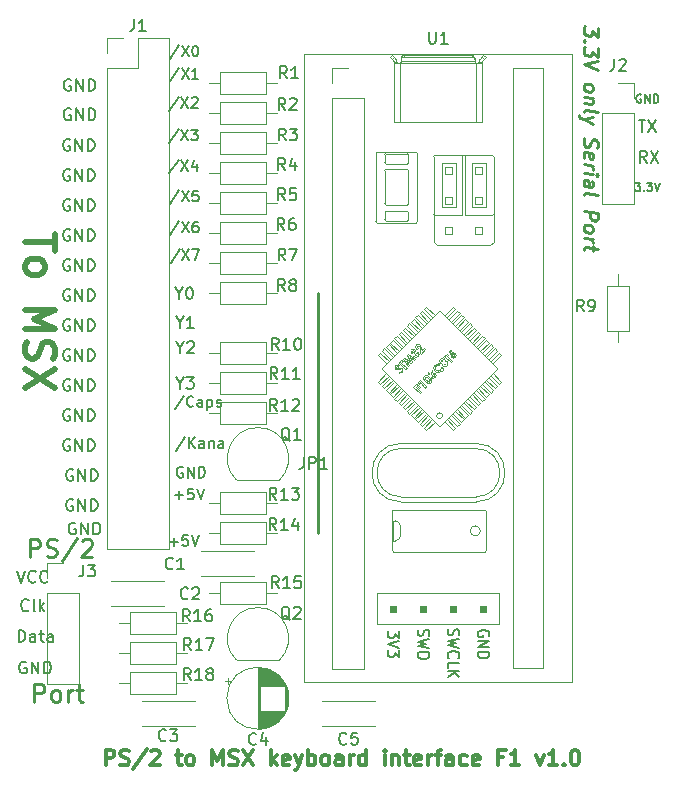
<source format=gbr>
%TF.GenerationSoftware,KiCad,Pcbnew,(5.1.6)-1*%
%TF.CreationDate,2021-11-05T07:23:51-03:00*%
%TF.ProjectId,PS2-MSX-F1,5053322d-4d53-4582-9d46-312e6b696361,rev?*%
%TF.SameCoordinates,Original*%
%TF.FileFunction,Legend,Top*%
%TF.FilePolarity,Positive*%
%FSLAX46Y46*%
G04 Gerber Fmt 4.6, Leading zero omitted, Abs format (unit mm)*
G04 Created by KiCad (PCBNEW (5.1.6)-1) date 2021-11-05 07:23:51*
%MOMM*%
%LPD*%
G01*
G04 APERTURE LIST*
%ADD10C,0.250000*%
%ADD11C,0.150000*%
%ADD12C,0.300000*%
%ADD13C,0.550000*%
%ADD14C,0.120000*%
%ADD15C,0.100000*%
G04 APERTURE END LIST*
D10*
X125838354Y-131099951D02*
X125838354Y-129599951D01*
X126409782Y-129599951D01*
X126552640Y-129671380D01*
X126624068Y-129742808D01*
X126695497Y-129885665D01*
X126695497Y-130099951D01*
X126624068Y-130242808D01*
X126552640Y-130314237D01*
X126409782Y-130385665D01*
X125838354Y-130385665D01*
X127552640Y-131099951D02*
X127409782Y-131028522D01*
X127338354Y-130957094D01*
X127266925Y-130814237D01*
X127266925Y-130385665D01*
X127338354Y-130242808D01*
X127409782Y-130171380D01*
X127552640Y-130099951D01*
X127766925Y-130099951D01*
X127909782Y-130171380D01*
X127981211Y-130242808D01*
X128052640Y-130385665D01*
X128052640Y-130814237D01*
X127981211Y-130957094D01*
X127909782Y-131028522D01*
X127766925Y-131099951D01*
X127552640Y-131099951D01*
X128695497Y-131099951D02*
X128695497Y-130099951D01*
X128695497Y-130385665D02*
X128766925Y-130242808D01*
X128838354Y-130171380D01*
X128981211Y-130099951D01*
X129124068Y-130099951D01*
X129409782Y-130099951D02*
X129981211Y-130099951D01*
X129624068Y-129599951D02*
X129624068Y-130885665D01*
X129695497Y-131028522D01*
X129838354Y-131099951D01*
X129981211Y-131099951D01*
D11*
X137310957Y-117559605D02*
X137996671Y-117559605D01*
X137653814Y-117902462D02*
X137653814Y-117216748D01*
X138853814Y-117002462D02*
X138425242Y-117002462D01*
X138382385Y-117431034D01*
X138425242Y-117388177D01*
X138510957Y-117345320D01*
X138725242Y-117345320D01*
X138810957Y-117388177D01*
X138853814Y-117431034D01*
X138896671Y-117516748D01*
X138896671Y-117731034D01*
X138853814Y-117816748D01*
X138810957Y-117859605D01*
X138725242Y-117902462D01*
X138510957Y-117902462D01*
X138425242Y-117859605D01*
X138382385Y-117816748D01*
X139153814Y-117002462D02*
X139453814Y-117902462D01*
X139753814Y-117002462D01*
X138065569Y-96534290D02*
X138065569Y-97010480D01*
X137732236Y-96010480D02*
X138065569Y-96534290D01*
X138398902Y-96010480D01*
X138922712Y-96010480D02*
X139017950Y-96010480D01*
X139113188Y-96058100D01*
X139160807Y-96105719D01*
X139208426Y-96200957D01*
X139256045Y-96391433D01*
X139256045Y-96629528D01*
X139208426Y-96820004D01*
X139160807Y-96915242D01*
X139113188Y-96962861D01*
X139017950Y-97010480D01*
X138922712Y-97010480D01*
X138827474Y-96962861D01*
X138779855Y-96915242D01*
X138732236Y-96820004D01*
X138684617Y-96629528D01*
X138684617Y-96391433D01*
X138732236Y-96200957D01*
X138779855Y-96105719D01*
X138827474Y-96058100D01*
X138922712Y-96010480D01*
X138144309Y-98985390D02*
X138144309Y-99461580D01*
X137810976Y-98461580D02*
X138144309Y-98985390D01*
X138477642Y-98461580D01*
X139334785Y-99461580D02*
X138763357Y-99461580D01*
X139049071Y-99461580D02*
X139049071Y-98461580D01*
X138953833Y-98604438D01*
X138858595Y-98699676D01*
X138763357Y-98747295D01*
X138182409Y-101121530D02*
X138182409Y-101597720D01*
X137849076Y-100597720D02*
X138182409Y-101121530D01*
X138515742Y-100597720D01*
X138801457Y-100692959D02*
X138849076Y-100645340D01*
X138944314Y-100597720D01*
X139182409Y-100597720D01*
X139277647Y-100645340D01*
X139325266Y-100692959D01*
X139372885Y-100788197D01*
X139372885Y-100883435D01*
X139325266Y-101026292D01*
X138753838Y-101597720D01*
X139372885Y-101597720D01*
X176728566Y-87170466D02*
X177161900Y-87170466D01*
X176928566Y-87437133D01*
X177028566Y-87437133D01*
X177095233Y-87470466D01*
X177128566Y-87503800D01*
X177161900Y-87570466D01*
X177161900Y-87737133D01*
X177128566Y-87803800D01*
X177095233Y-87837133D01*
X177028566Y-87870466D01*
X176828566Y-87870466D01*
X176761900Y-87837133D01*
X176728566Y-87803800D01*
X177461900Y-87803800D02*
X177495233Y-87837133D01*
X177461900Y-87870466D01*
X177428566Y-87837133D01*
X177461900Y-87803800D01*
X177461900Y-87870466D01*
X177728566Y-87170466D02*
X178161900Y-87170466D01*
X177928566Y-87437133D01*
X178028566Y-87437133D01*
X178095233Y-87470466D01*
X178128566Y-87503800D01*
X178161900Y-87570466D01*
X178161900Y-87737133D01*
X178128566Y-87803800D01*
X178095233Y-87837133D01*
X178028566Y-87870466D01*
X177828566Y-87870466D01*
X177761900Y-87837133D01*
X177728566Y-87803800D01*
X178361900Y-87170466D02*
X178595233Y-87870466D01*
X178828566Y-87170466D01*
X137778317Y-113622605D02*
X138464031Y-113622605D01*
X138121174Y-113965462D02*
X138121174Y-113279748D01*
X139321174Y-113065462D02*
X138892602Y-113065462D01*
X138849745Y-113494034D01*
X138892602Y-113451177D01*
X138978317Y-113408320D01*
X139192602Y-113408320D01*
X139278317Y-113451177D01*
X139321174Y-113494034D01*
X139364031Y-113579748D01*
X139364031Y-113794034D01*
X139321174Y-113879748D01*
X139278317Y-113922605D01*
X139192602Y-113965462D01*
X138978317Y-113965462D01*
X138892602Y-113922605D01*
X138849745Y-113879748D01*
X139621174Y-113065462D02*
X139921174Y-113965462D01*
X140221174Y-113065462D01*
D12*
X131881049Y-136485715D02*
X131881049Y-135185715D01*
X132376287Y-135185715D01*
X132500097Y-135247620D01*
X132562001Y-135309524D01*
X132623906Y-135433334D01*
X132623906Y-135619048D01*
X132562001Y-135742858D01*
X132500097Y-135804762D01*
X132376287Y-135866667D01*
X131881049Y-135866667D01*
X133119144Y-136423810D02*
X133304859Y-136485715D01*
X133614382Y-136485715D01*
X133738192Y-136423810D01*
X133800097Y-136361905D01*
X133862001Y-136238096D01*
X133862001Y-136114286D01*
X133800097Y-135990477D01*
X133738192Y-135928572D01*
X133614382Y-135866667D01*
X133366763Y-135804762D01*
X133242954Y-135742858D01*
X133181049Y-135680953D01*
X133119144Y-135557143D01*
X133119144Y-135433334D01*
X133181049Y-135309524D01*
X133242954Y-135247620D01*
X133366763Y-135185715D01*
X133676287Y-135185715D01*
X133862001Y-135247620D01*
X135347716Y-135123810D02*
X134233430Y-136795239D01*
X135719144Y-135309524D02*
X135781049Y-135247620D01*
X135904859Y-135185715D01*
X136214382Y-135185715D01*
X136338192Y-135247620D01*
X136400097Y-135309524D01*
X136462001Y-135433334D01*
X136462001Y-135557143D01*
X136400097Y-135742858D01*
X135657240Y-136485715D01*
X136462001Y-136485715D01*
X137823906Y-135619048D02*
X138319144Y-135619048D01*
X138009620Y-135185715D02*
X138009620Y-136300000D01*
X138071525Y-136423810D01*
X138195335Y-136485715D01*
X138319144Y-136485715D01*
X138938192Y-136485715D02*
X138814382Y-136423810D01*
X138752478Y-136361905D01*
X138690573Y-136238096D01*
X138690573Y-135866667D01*
X138752478Y-135742858D01*
X138814382Y-135680953D01*
X138938192Y-135619048D01*
X139123906Y-135619048D01*
X139247716Y-135680953D01*
X139309620Y-135742858D01*
X139371525Y-135866667D01*
X139371525Y-136238096D01*
X139309620Y-136361905D01*
X139247716Y-136423810D01*
X139123906Y-136485715D01*
X138938192Y-136485715D01*
X140919144Y-136485715D02*
X140919144Y-135185715D01*
X141352478Y-136114286D01*
X141785811Y-135185715D01*
X141785811Y-136485715D01*
X142342954Y-136423810D02*
X142528668Y-136485715D01*
X142838192Y-136485715D01*
X142962001Y-136423810D01*
X143023906Y-136361905D01*
X143085811Y-136238096D01*
X143085811Y-136114286D01*
X143023906Y-135990477D01*
X142962001Y-135928572D01*
X142838192Y-135866667D01*
X142590573Y-135804762D01*
X142466763Y-135742858D01*
X142404859Y-135680953D01*
X142342954Y-135557143D01*
X142342954Y-135433334D01*
X142404859Y-135309524D01*
X142466763Y-135247620D01*
X142590573Y-135185715D01*
X142900097Y-135185715D01*
X143085811Y-135247620D01*
X143519144Y-135185715D02*
X144385811Y-136485715D01*
X144385811Y-135185715D02*
X143519144Y-136485715D01*
X145871525Y-136485715D02*
X145871525Y-135185715D01*
X145995335Y-135990477D02*
X146366763Y-136485715D01*
X146366763Y-135619048D02*
X145871525Y-136114286D01*
X147419144Y-136423810D02*
X147295335Y-136485715D01*
X147047716Y-136485715D01*
X146923906Y-136423810D01*
X146862001Y-136300000D01*
X146862001Y-135804762D01*
X146923906Y-135680953D01*
X147047716Y-135619048D01*
X147295335Y-135619048D01*
X147419144Y-135680953D01*
X147481049Y-135804762D01*
X147481049Y-135928572D01*
X146862001Y-136052381D01*
X147914382Y-135619048D02*
X148223906Y-136485715D01*
X148533430Y-135619048D02*
X148223906Y-136485715D01*
X148100097Y-136795239D01*
X148038192Y-136857143D01*
X147914382Y-136919048D01*
X149028668Y-136485715D02*
X149028668Y-135185715D01*
X149028668Y-135680953D02*
X149152478Y-135619048D01*
X149400097Y-135619048D01*
X149523906Y-135680953D01*
X149585811Y-135742858D01*
X149647716Y-135866667D01*
X149647716Y-136238096D01*
X149585811Y-136361905D01*
X149523906Y-136423810D01*
X149400097Y-136485715D01*
X149152478Y-136485715D01*
X149028668Y-136423810D01*
X150390573Y-136485715D02*
X150266763Y-136423810D01*
X150204859Y-136361905D01*
X150142954Y-136238096D01*
X150142954Y-135866667D01*
X150204859Y-135742858D01*
X150266763Y-135680953D01*
X150390573Y-135619048D01*
X150576287Y-135619048D01*
X150700097Y-135680953D01*
X150762001Y-135742858D01*
X150823906Y-135866667D01*
X150823906Y-136238096D01*
X150762001Y-136361905D01*
X150700097Y-136423810D01*
X150576287Y-136485715D01*
X150390573Y-136485715D01*
X151938192Y-136485715D02*
X151938192Y-135804762D01*
X151876287Y-135680953D01*
X151752478Y-135619048D01*
X151504859Y-135619048D01*
X151381049Y-135680953D01*
X151938192Y-136423810D02*
X151814382Y-136485715D01*
X151504859Y-136485715D01*
X151381049Y-136423810D01*
X151319144Y-136300000D01*
X151319144Y-136176191D01*
X151381049Y-136052381D01*
X151504859Y-135990477D01*
X151814382Y-135990477D01*
X151938192Y-135928572D01*
X152557240Y-136485715D02*
X152557240Y-135619048D01*
X152557240Y-135866667D02*
X152619144Y-135742858D01*
X152681049Y-135680953D01*
X152804859Y-135619048D01*
X152928668Y-135619048D01*
X153919144Y-136485715D02*
X153919144Y-135185715D01*
X153919144Y-136423810D02*
X153795335Y-136485715D01*
X153547716Y-136485715D01*
X153423906Y-136423810D01*
X153362001Y-136361905D01*
X153300097Y-136238096D01*
X153300097Y-135866667D01*
X153362001Y-135742858D01*
X153423906Y-135680953D01*
X153547716Y-135619048D01*
X153795335Y-135619048D01*
X153919144Y-135680953D01*
X155528668Y-136485715D02*
X155528668Y-135619048D01*
X155528668Y-135185715D02*
X155466763Y-135247620D01*
X155528668Y-135309524D01*
X155590573Y-135247620D01*
X155528668Y-135185715D01*
X155528668Y-135309524D01*
X156147716Y-135619048D02*
X156147716Y-136485715D01*
X156147716Y-135742858D02*
X156209620Y-135680953D01*
X156333430Y-135619048D01*
X156519144Y-135619048D01*
X156642954Y-135680953D01*
X156704859Y-135804762D01*
X156704859Y-136485715D01*
X157138192Y-135619048D02*
X157633430Y-135619048D01*
X157323906Y-135185715D02*
X157323906Y-136300000D01*
X157385811Y-136423810D01*
X157509620Y-136485715D01*
X157633430Y-136485715D01*
X158562001Y-136423810D02*
X158438192Y-136485715D01*
X158190573Y-136485715D01*
X158066763Y-136423810D01*
X158004859Y-136300000D01*
X158004859Y-135804762D01*
X158066763Y-135680953D01*
X158190573Y-135619048D01*
X158438192Y-135619048D01*
X158562001Y-135680953D01*
X158623906Y-135804762D01*
X158623906Y-135928572D01*
X158004859Y-136052381D01*
X159181049Y-136485715D02*
X159181049Y-135619048D01*
X159181049Y-135866667D02*
X159242954Y-135742858D01*
X159304859Y-135680953D01*
X159428668Y-135619048D01*
X159552478Y-135619048D01*
X159800097Y-135619048D02*
X160295335Y-135619048D01*
X159985811Y-136485715D02*
X159985811Y-135371429D01*
X160047716Y-135247620D01*
X160171525Y-135185715D01*
X160295335Y-135185715D01*
X161285811Y-136485715D02*
X161285811Y-135804762D01*
X161223906Y-135680953D01*
X161100097Y-135619048D01*
X160852478Y-135619048D01*
X160728668Y-135680953D01*
X161285811Y-136423810D02*
X161162001Y-136485715D01*
X160852478Y-136485715D01*
X160728668Y-136423810D01*
X160666763Y-136300000D01*
X160666763Y-136176191D01*
X160728668Y-136052381D01*
X160852478Y-135990477D01*
X161162001Y-135990477D01*
X161285811Y-135928572D01*
X162462001Y-136423810D02*
X162338192Y-136485715D01*
X162090573Y-136485715D01*
X161966763Y-136423810D01*
X161904859Y-136361905D01*
X161842954Y-136238096D01*
X161842954Y-135866667D01*
X161904859Y-135742858D01*
X161966763Y-135680953D01*
X162090573Y-135619048D01*
X162338192Y-135619048D01*
X162462001Y-135680953D01*
X163514382Y-136423810D02*
X163390573Y-136485715D01*
X163142954Y-136485715D01*
X163019144Y-136423810D01*
X162957240Y-136300000D01*
X162957240Y-135804762D01*
X163019144Y-135680953D01*
X163142954Y-135619048D01*
X163390573Y-135619048D01*
X163514382Y-135680953D01*
X163576287Y-135804762D01*
X163576287Y-135928572D01*
X162957240Y-136052381D01*
X165557240Y-135804762D02*
X165123906Y-135804762D01*
X165123906Y-136485715D02*
X165123906Y-135185715D01*
X165742954Y-135185715D01*
X166919144Y-136485715D02*
X166176287Y-136485715D01*
X166547716Y-136485715D02*
X166547716Y-135185715D01*
X166423906Y-135371429D01*
X166300097Y-135495239D01*
X166176287Y-135557143D01*
X168342954Y-135619048D02*
X168652478Y-136485715D01*
X168962001Y-135619048D01*
X170138192Y-136485715D02*
X169395335Y-136485715D01*
X169766763Y-136485715D02*
X169766763Y-135185715D01*
X169642954Y-135371429D01*
X169519144Y-135495239D01*
X169395335Y-135557143D01*
X170695335Y-136361905D02*
X170757240Y-136423810D01*
X170695335Y-136485715D01*
X170633430Y-136423810D01*
X170695335Y-136361905D01*
X170695335Y-136485715D01*
X171562001Y-135185715D02*
X171685811Y-135185715D01*
X171809620Y-135247620D01*
X171871525Y-135309524D01*
X171933430Y-135433334D01*
X171995335Y-135680953D01*
X171995335Y-135990477D01*
X171933430Y-136238096D01*
X171871525Y-136361905D01*
X171809620Y-136423810D01*
X171685811Y-136485715D01*
X171562001Y-136485715D01*
X171438192Y-136423810D01*
X171376287Y-136361905D01*
X171314382Y-136238096D01*
X171252478Y-135990477D01*
X171252478Y-135680953D01*
X171314382Y-135433334D01*
X171376287Y-135309524D01*
X171438192Y-135247620D01*
X171562001Y-135185715D01*
D10*
X173542242Y-74056987D02*
X173542242Y-74799844D01*
X173085100Y-74342701D01*
X173085100Y-74514130D01*
X173027957Y-74621273D01*
X172970814Y-74671273D01*
X172856528Y-74714130D01*
X172570814Y-74678416D01*
X172456528Y-74606987D01*
X172399385Y-74542701D01*
X172342242Y-74421273D01*
X172342242Y-74078416D01*
X172399385Y-73971273D01*
X172456528Y-73921273D01*
X172456528Y-75178416D02*
X172399385Y-75228416D01*
X172342242Y-75164130D01*
X172399385Y-75114130D01*
X172456528Y-75178416D01*
X172342242Y-75164130D01*
X173542242Y-75771273D02*
X173542242Y-76514130D01*
X173085100Y-76056987D01*
X173085100Y-76228416D01*
X173027957Y-76335558D01*
X172970814Y-76385558D01*
X172856528Y-76428416D01*
X172570814Y-76392701D01*
X172456528Y-76321273D01*
X172399385Y-76256987D01*
X172342242Y-76135558D01*
X172342242Y-75792701D01*
X172399385Y-75685558D01*
X172456528Y-75635558D01*
X173542242Y-76856987D02*
X172342242Y-77106987D01*
X173542242Y-77656987D01*
X172342242Y-78992701D02*
X172399385Y-78885558D01*
X172456528Y-78835558D01*
X172570814Y-78792701D01*
X172913671Y-78835558D01*
X173027957Y-78906987D01*
X173085100Y-78971273D01*
X173142242Y-79092701D01*
X173142242Y-79264130D01*
X173085100Y-79371273D01*
X173027957Y-79421273D01*
X172913671Y-79464130D01*
X172570814Y-79421273D01*
X172456528Y-79349844D01*
X172399385Y-79285558D01*
X172342242Y-79164130D01*
X172342242Y-78992701D01*
X173142242Y-80006987D02*
X172342242Y-79906987D01*
X173027957Y-79992701D02*
X173085100Y-80056987D01*
X173142242Y-80178416D01*
X173142242Y-80349844D01*
X173085100Y-80456987D01*
X172970814Y-80499844D01*
X172342242Y-80421273D01*
X172342242Y-81164130D02*
X172399385Y-81056987D01*
X172513671Y-81014130D01*
X173542242Y-81142701D01*
X173142242Y-81606987D02*
X172342242Y-81792701D01*
X173142242Y-82178416D02*
X172342242Y-81792701D01*
X172056528Y-81642701D01*
X171999385Y-81578416D01*
X171942242Y-81456987D01*
X172399385Y-83399844D02*
X172342242Y-83564130D01*
X172342242Y-83849844D01*
X172399385Y-83971273D01*
X172456528Y-84035558D01*
X172570814Y-84106987D01*
X172685100Y-84121273D01*
X172799385Y-84078416D01*
X172856528Y-84028416D01*
X172913671Y-83921273D01*
X172970814Y-83699844D01*
X173027957Y-83592701D01*
X173085100Y-83542701D01*
X173199385Y-83499844D01*
X173313671Y-83514130D01*
X173427957Y-83585558D01*
X173485100Y-83649844D01*
X173542242Y-83771273D01*
X173542242Y-84056987D01*
X173485100Y-84221273D01*
X172399385Y-85056987D02*
X172342242Y-84935558D01*
X172342242Y-84706987D01*
X172399385Y-84599844D01*
X172513671Y-84556987D01*
X172970814Y-84614130D01*
X173085100Y-84685558D01*
X173142242Y-84806987D01*
X173142242Y-85035558D01*
X173085100Y-85142701D01*
X172970814Y-85185558D01*
X172856528Y-85171273D01*
X172742242Y-84585558D01*
X172342242Y-85621273D02*
X173142242Y-85721273D01*
X172913671Y-85692701D02*
X173027957Y-85764130D01*
X173085100Y-85828416D01*
X173142242Y-85949844D01*
X173142242Y-86064130D01*
X172342242Y-86364130D02*
X173142242Y-86464130D01*
X173542242Y-86514130D02*
X173485100Y-86449844D01*
X173427957Y-86499844D01*
X173485100Y-86564130D01*
X173542242Y-86514130D01*
X173427957Y-86499844D01*
X172342242Y-87449844D02*
X172970814Y-87528416D01*
X173085100Y-87485558D01*
X173142242Y-87378416D01*
X173142242Y-87149844D01*
X173085100Y-87028416D01*
X172399385Y-87456987D02*
X172342242Y-87335558D01*
X172342242Y-87049844D01*
X172399385Y-86942701D01*
X172513671Y-86899844D01*
X172627957Y-86914130D01*
X172742242Y-86985558D01*
X172799385Y-87106987D01*
X172799385Y-87392701D01*
X172856528Y-87514130D01*
X172342242Y-88192701D02*
X172399385Y-88085558D01*
X172513671Y-88042701D01*
X173542242Y-88171273D01*
X172342242Y-89564130D02*
X173542242Y-89714130D01*
X173542242Y-90171273D01*
X173485100Y-90278416D01*
X173427957Y-90328416D01*
X173313671Y-90371273D01*
X173142242Y-90349844D01*
X173027957Y-90278416D01*
X172970814Y-90214130D01*
X172913671Y-90092701D01*
X172913671Y-89635558D01*
X172342242Y-90935558D02*
X172399385Y-90828416D01*
X172456528Y-90778416D01*
X172570814Y-90735558D01*
X172913671Y-90778416D01*
X173027957Y-90849844D01*
X173085100Y-90914130D01*
X173142242Y-91035558D01*
X173142242Y-91206987D01*
X173085100Y-91314130D01*
X173027957Y-91364130D01*
X172913671Y-91406987D01*
X172570814Y-91364130D01*
X172456528Y-91292701D01*
X172399385Y-91228416D01*
X172342242Y-91106987D01*
X172342242Y-90935558D01*
X172342242Y-91849844D02*
X173142242Y-91949844D01*
X172913671Y-91921273D02*
X173027957Y-91992701D01*
X173085100Y-92056987D01*
X173142242Y-92178416D01*
X173142242Y-92292701D01*
X173142242Y-92521273D02*
X173142242Y-92978416D01*
X173542242Y-92742701D02*
X172513671Y-92614130D01*
X172399385Y-92656987D01*
X172342242Y-92764130D01*
X172342242Y-92878416D01*
D11*
X177681593Y-85458560D02*
X177348260Y-84982370D01*
X177110164Y-85458560D02*
X177110164Y-84458560D01*
X177491117Y-84458560D01*
X177586355Y-84506180D01*
X177633974Y-84553799D01*
X177681593Y-84649037D01*
X177681593Y-84791894D01*
X177633974Y-84887132D01*
X177586355Y-84934751D01*
X177491117Y-84982370D01*
X177110164Y-84982370D01*
X178014926Y-84458560D02*
X178681593Y-85458560D01*
X178681593Y-84458560D02*
X178014926Y-85458560D01*
X177010155Y-81877920D02*
X177581583Y-81877920D01*
X177295869Y-82877920D02*
X177295869Y-81877920D01*
X177819679Y-81877920D02*
X178486345Y-82877920D01*
X178486345Y-81877920D02*
X177819679Y-82877920D01*
X177218406Y-79726040D02*
X177151740Y-79692706D01*
X177051740Y-79692706D01*
X176951740Y-79726040D01*
X176885073Y-79792706D01*
X176851740Y-79859373D01*
X176818406Y-79992706D01*
X176818406Y-80092706D01*
X176851740Y-80226040D01*
X176885073Y-80292706D01*
X176951740Y-80359373D01*
X177051740Y-80392706D01*
X177118406Y-80392706D01*
X177218406Y-80359373D01*
X177251740Y-80326040D01*
X177251740Y-80092706D01*
X177118406Y-80092706D01*
X177551740Y-80392706D02*
X177551740Y-79692706D01*
X177951740Y-80392706D01*
X177951740Y-79692706D01*
X178285073Y-80392706D02*
X178285073Y-79692706D01*
X178451740Y-79692706D01*
X178551740Y-79726040D01*
X178618406Y-79792706D01*
X178651740Y-79859373D01*
X178685073Y-79992706D01*
X178685073Y-80092706D01*
X178651740Y-80226040D01*
X178618406Y-80292706D01*
X178551740Y-80359373D01*
X178451740Y-80392706D01*
X178285073Y-80392706D01*
D10*
X125467277Y-118831751D02*
X125467277Y-117331751D01*
X126038705Y-117331751D01*
X126181562Y-117403180D01*
X126252991Y-117474608D01*
X126324420Y-117617465D01*
X126324420Y-117831751D01*
X126252991Y-117974608D01*
X126181562Y-118046037D01*
X126038705Y-118117465D01*
X125467277Y-118117465D01*
X126895848Y-118760322D02*
X127110134Y-118831751D01*
X127467277Y-118831751D01*
X127610134Y-118760322D01*
X127681562Y-118688894D01*
X127752991Y-118546037D01*
X127752991Y-118403180D01*
X127681562Y-118260322D01*
X127610134Y-118188894D01*
X127467277Y-118117465D01*
X127181562Y-118046037D01*
X127038705Y-117974608D01*
X126967277Y-117903180D01*
X126895848Y-117760322D01*
X126895848Y-117617465D01*
X126967277Y-117474608D01*
X127038705Y-117403180D01*
X127181562Y-117331751D01*
X127538705Y-117331751D01*
X127752991Y-117403180D01*
X129467277Y-117260322D02*
X128181562Y-119188894D01*
X129895848Y-117474608D02*
X129967277Y-117403180D01*
X130110134Y-117331751D01*
X130467277Y-117331751D01*
X130610134Y-117403180D01*
X130681562Y-117474608D01*
X130752991Y-117617465D01*
X130752991Y-117760322D01*
X130681562Y-117974608D01*
X129824420Y-118831751D01*
X130752991Y-118831751D01*
D11*
X125143355Y-127754760D02*
X125048117Y-127707140D01*
X124905260Y-127707140D01*
X124762402Y-127754760D01*
X124667164Y-127849998D01*
X124619545Y-127945236D01*
X124571926Y-128135712D01*
X124571926Y-128278569D01*
X124619545Y-128469045D01*
X124667164Y-128564283D01*
X124762402Y-128659521D01*
X124905260Y-128707140D01*
X125000498Y-128707140D01*
X125143355Y-128659521D01*
X125190974Y-128611902D01*
X125190974Y-128278569D01*
X125000498Y-128278569D01*
X125619545Y-128707140D02*
X125619545Y-127707140D01*
X126190974Y-128707140D01*
X126190974Y-127707140D01*
X126667164Y-128707140D02*
X126667164Y-127707140D01*
X126905260Y-127707140D01*
X127048117Y-127754760D01*
X127143355Y-127849998D01*
X127190974Y-127945236D01*
X127238593Y-128135712D01*
X127238593Y-128278569D01*
X127190974Y-128469045D01*
X127143355Y-128564283D01*
X127048117Y-128659521D01*
X126905260Y-128707140D01*
X126667164Y-128707140D01*
X124506219Y-126045220D02*
X124506219Y-125045220D01*
X124744314Y-125045220D01*
X124887171Y-125092840D01*
X124982409Y-125188078D01*
X125030028Y-125283316D01*
X125077647Y-125473792D01*
X125077647Y-125616649D01*
X125030028Y-125807125D01*
X124982409Y-125902363D01*
X124887171Y-125997601D01*
X124744314Y-126045220D01*
X124506219Y-126045220D01*
X125934790Y-126045220D02*
X125934790Y-125521411D01*
X125887171Y-125426173D01*
X125791933Y-125378554D01*
X125601457Y-125378554D01*
X125506219Y-125426173D01*
X125934790Y-125997601D02*
X125839552Y-126045220D01*
X125601457Y-126045220D01*
X125506219Y-125997601D01*
X125458600Y-125902363D01*
X125458600Y-125807125D01*
X125506219Y-125711887D01*
X125601457Y-125664268D01*
X125839552Y-125664268D01*
X125934790Y-125616649D01*
X126268123Y-125378554D02*
X126649076Y-125378554D01*
X126410980Y-125045220D02*
X126410980Y-125902363D01*
X126458600Y-125997601D01*
X126553838Y-126045220D01*
X126649076Y-126045220D01*
X127410980Y-126045220D02*
X127410980Y-125521411D01*
X127363361Y-125426173D01*
X127268123Y-125378554D01*
X127077647Y-125378554D01*
X126982409Y-125426173D01*
X127410980Y-125997601D02*
X127315742Y-126045220D01*
X127077647Y-126045220D01*
X126982409Y-125997601D01*
X126934790Y-125902363D01*
X126934790Y-125807125D01*
X126982409Y-125711887D01*
X127077647Y-125664268D01*
X127315742Y-125664268D01*
X127410980Y-125616649D01*
X125355077Y-123341402D02*
X125307458Y-123389021D01*
X125164600Y-123436640D01*
X125069362Y-123436640D01*
X124926505Y-123389021D01*
X124831267Y-123293783D01*
X124783648Y-123198545D01*
X124736029Y-123008069D01*
X124736029Y-122865212D01*
X124783648Y-122674736D01*
X124831267Y-122579498D01*
X124926505Y-122484260D01*
X125069362Y-122436640D01*
X125164600Y-122436640D01*
X125307458Y-122484260D01*
X125355077Y-122531879D01*
X125926505Y-123436640D02*
X125831267Y-123389021D01*
X125783648Y-123293783D01*
X125783648Y-122436640D01*
X126307458Y-123436640D02*
X126307458Y-122436640D01*
X126402696Y-123055688D02*
X126688410Y-123436640D01*
X126688410Y-122769974D02*
X126307458Y-123150926D01*
X124378886Y-120021100D02*
X124712220Y-121021100D01*
X125045553Y-120021100D01*
X125950315Y-120925862D02*
X125902696Y-120973481D01*
X125759839Y-121021100D01*
X125664600Y-121021100D01*
X125521743Y-120973481D01*
X125426505Y-120878243D01*
X125378886Y-120783005D01*
X125331267Y-120592529D01*
X125331267Y-120449672D01*
X125378886Y-120259196D01*
X125426505Y-120163958D01*
X125521743Y-120068720D01*
X125664600Y-120021100D01*
X125759839Y-120021100D01*
X125902696Y-120068720D01*
X125950315Y-120116339D01*
X126950315Y-120925862D02*
X126902696Y-120973481D01*
X126759839Y-121021100D01*
X126664600Y-121021100D01*
X126521743Y-120973481D01*
X126426505Y-120878243D01*
X126378886Y-120783005D01*
X126331267Y-120592529D01*
X126331267Y-120449672D01*
X126378886Y-120259196D01*
X126426505Y-120163958D01*
X126521743Y-120068720D01*
X126664600Y-120021100D01*
X126759839Y-120021100D01*
X126902696Y-120068720D01*
X126950315Y-120116339D01*
D13*
X127563867Y-91482577D02*
X127563867Y-92911148D01*
X125063867Y-92196862D02*
X127563867Y-92196862D01*
X125063867Y-94101624D02*
X125182915Y-93863529D01*
X125301962Y-93744481D01*
X125540058Y-93625434D01*
X126254343Y-93625434D01*
X126492439Y-93744481D01*
X126611486Y-93863529D01*
X126730534Y-94101624D01*
X126730534Y-94458767D01*
X126611486Y-94696862D01*
X126492439Y-94815910D01*
X126254343Y-94934958D01*
X125540058Y-94934958D01*
X125301962Y-94815910D01*
X125182915Y-94696862D01*
X125063867Y-94458767D01*
X125063867Y-94101624D01*
X125063867Y-97911148D02*
X127563867Y-97911148D01*
X125778153Y-98744481D01*
X127563867Y-99577815D01*
X125063867Y-99577815D01*
X125182915Y-100649243D02*
X125063867Y-101006386D01*
X125063867Y-101601624D01*
X125182915Y-101839720D01*
X125301962Y-101958767D01*
X125540058Y-102077815D01*
X125778153Y-102077815D01*
X126016248Y-101958767D01*
X126135296Y-101839720D01*
X126254343Y-101601624D01*
X126373391Y-101125434D01*
X126492439Y-100887339D01*
X126611486Y-100768291D01*
X126849581Y-100649243D01*
X127087677Y-100649243D01*
X127325772Y-100768291D01*
X127444820Y-100887339D01*
X127563867Y-101125434D01*
X127563867Y-101720672D01*
X127444820Y-102077815D01*
X127563867Y-102911148D02*
X125063867Y-104577815D01*
X127563867Y-104577815D02*
X125063867Y-102911148D01*
D11*
X129316575Y-115986940D02*
X129221337Y-115939320D01*
X129078480Y-115939320D01*
X128935622Y-115986940D01*
X128840384Y-116082178D01*
X128792765Y-116177416D01*
X128745146Y-116367892D01*
X128745146Y-116510749D01*
X128792765Y-116701225D01*
X128840384Y-116796463D01*
X128935622Y-116891701D01*
X129078480Y-116939320D01*
X129173718Y-116939320D01*
X129316575Y-116891701D01*
X129364194Y-116844082D01*
X129364194Y-116510749D01*
X129173718Y-116510749D01*
X129792765Y-116939320D02*
X129792765Y-115939320D01*
X130364194Y-116939320D01*
X130364194Y-115939320D01*
X130840384Y-116939320D02*
X130840384Y-115939320D01*
X131078480Y-115939320D01*
X131221337Y-115986940D01*
X131316575Y-116082178D01*
X131364194Y-116177416D01*
X131411813Y-116367892D01*
X131411813Y-116510749D01*
X131364194Y-116701225D01*
X131316575Y-116796463D01*
X131221337Y-116891701D01*
X131078480Y-116939320D01*
X130840384Y-116939320D01*
X129098135Y-114008280D02*
X129002897Y-113960660D01*
X128860040Y-113960660D01*
X128717182Y-114008280D01*
X128621944Y-114103518D01*
X128574325Y-114198756D01*
X128526706Y-114389232D01*
X128526706Y-114532089D01*
X128574325Y-114722565D01*
X128621944Y-114817803D01*
X128717182Y-114913041D01*
X128860040Y-114960660D01*
X128955278Y-114960660D01*
X129098135Y-114913041D01*
X129145754Y-114865422D01*
X129145754Y-114532089D01*
X128955278Y-114532089D01*
X129574325Y-114960660D02*
X129574325Y-113960660D01*
X130145754Y-114960660D01*
X130145754Y-113960660D01*
X130621944Y-114960660D02*
X130621944Y-113960660D01*
X130860040Y-113960660D01*
X131002897Y-114008280D01*
X131098135Y-114103518D01*
X131145754Y-114198756D01*
X131193373Y-114389232D01*
X131193373Y-114532089D01*
X131145754Y-114722565D01*
X131098135Y-114817803D01*
X131002897Y-114913041D01*
X130860040Y-114960660D01*
X130621944Y-114960660D01*
X129098135Y-111468280D02*
X129002897Y-111420660D01*
X128860040Y-111420660D01*
X128717182Y-111468280D01*
X128621944Y-111563518D01*
X128574325Y-111658756D01*
X128526706Y-111849232D01*
X128526706Y-111992089D01*
X128574325Y-112182565D01*
X128621944Y-112277803D01*
X128717182Y-112373041D01*
X128860040Y-112420660D01*
X128955278Y-112420660D01*
X129098135Y-112373041D01*
X129145754Y-112325422D01*
X129145754Y-111992089D01*
X128955278Y-111992089D01*
X129574325Y-112420660D02*
X129574325Y-111420660D01*
X130145754Y-112420660D01*
X130145754Y-111420660D01*
X130621944Y-112420660D02*
X130621944Y-111420660D01*
X130860040Y-111420660D01*
X131002897Y-111468280D01*
X131098135Y-111563518D01*
X131145754Y-111658756D01*
X131193373Y-111849232D01*
X131193373Y-111992089D01*
X131145754Y-112182565D01*
X131098135Y-112277803D01*
X131002897Y-112373041D01*
X130860040Y-112420660D01*
X130621944Y-112420660D01*
X128844135Y-108928280D02*
X128748897Y-108880660D01*
X128606040Y-108880660D01*
X128463182Y-108928280D01*
X128367944Y-109023518D01*
X128320325Y-109118756D01*
X128272706Y-109309232D01*
X128272706Y-109452089D01*
X128320325Y-109642565D01*
X128367944Y-109737803D01*
X128463182Y-109833041D01*
X128606040Y-109880660D01*
X128701278Y-109880660D01*
X128844135Y-109833041D01*
X128891754Y-109785422D01*
X128891754Y-109452089D01*
X128701278Y-109452089D01*
X129320325Y-109880660D02*
X129320325Y-108880660D01*
X129891754Y-109880660D01*
X129891754Y-108880660D01*
X130367944Y-109880660D02*
X130367944Y-108880660D01*
X130606040Y-108880660D01*
X130748897Y-108928280D01*
X130844135Y-109023518D01*
X130891754Y-109118756D01*
X130939373Y-109309232D01*
X130939373Y-109452089D01*
X130891754Y-109642565D01*
X130844135Y-109737803D01*
X130748897Y-109833041D01*
X130606040Y-109880660D01*
X130367944Y-109880660D01*
X128844135Y-106388280D02*
X128748897Y-106340660D01*
X128606040Y-106340660D01*
X128463182Y-106388280D01*
X128367944Y-106483518D01*
X128320325Y-106578756D01*
X128272706Y-106769232D01*
X128272706Y-106912089D01*
X128320325Y-107102565D01*
X128367944Y-107197803D01*
X128463182Y-107293041D01*
X128606040Y-107340660D01*
X128701278Y-107340660D01*
X128844135Y-107293041D01*
X128891754Y-107245422D01*
X128891754Y-106912089D01*
X128701278Y-106912089D01*
X129320325Y-107340660D02*
X129320325Y-106340660D01*
X129891754Y-107340660D01*
X129891754Y-106340660D01*
X130367944Y-107340660D02*
X130367944Y-106340660D01*
X130606040Y-106340660D01*
X130748897Y-106388280D01*
X130844135Y-106483518D01*
X130891754Y-106578756D01*
X130939373Y-106769232D01*
X130939373Y-106912089D01*
X130891754Y-107102565D01*
X130844135Y-107197803D01*
X130748897Y-107293041D01*
X130606040Y-107340660D01*
X130367944Y-107340660D01*
X128844135Y-103848280D02*
X128748897Y-103800660D01*
X128606040Y-103800660D01*
X128463182Y-103848280D01*
X128367944Y-103943518D01*
X128320325Y-104038756D01*
X128272706Y-104229232D01*
X128272706Y-104372089D01*
X128320325Y-104562565D01*
X128367944Y-104657803D01*
X128463182Y-104753041D01*
X128606040Y-104800660D01*
X128701278Y-104800660D01*
X128844135Y-104753041D01*
X128891754Y-104705422D01*
X128891754Y-104372089D01*
X128701278Y-104372089D01*
X129320325Y-104800660D02*
X129320325Y-103800660D01*
X129891754Y-104800660D01*
X129891754Y-103800660D01*
X130367944Y-104800660D02*
X130367944Y-103800660D01*
X130606040Y-103800660D01*
X130748897Y-103848280D01*
X130844135Y-103943518D01*
X130891754Y-104038756D01*
X130939373Y-104229232D01*
X130939373Y-104372089D01*
X130891754Y-104562565D01*
X130844135Y-104657803D01*
X130748897Y-104753041D01*
X130606040Y-104800660D01*
X130367944Y-104800660D01*
X128844135Y-101308280D02*
X128748897Y-101260660D01*
X128606040Y-101260660D01*
X128463182Y-101308280D01*
X128367944Y-101403518D01*
X128320325Y-101498756D01*
X128272706Y-101689232D01*
X128272706Y-101832089D01*
X128320325Y-102022565D01*
X128367944Y-102117803D01*
X128463182Y-102213041D01*
X128606040Y-102260660D01*
X128701278Y-102260660D01*
X128844135Y-102213041D01*
X128891754Y-102165422D01*
X128891754Y-101832089D01*
X128701278Y-101832089D01*
X129320325Y-102260660D02*
X129320325Y-101260660D01*
X129891754Y-102260660D01*
X129891754Y-101260660D01*
X130367944Y-102260660D02*
X130367944Y-101260660D01*
X130606040Y-101260660D01*
X130748897Y-101308280D01*
X130844135Y-101403518D01*
X130891754Y-101498756D01*
X130939373Y-101689232D01*
X130939373Y-101832089D01*
X130891754Y-102022565D01*
X130844135Y-102117803D01*
X130748897Y-102213041D01*
X130606040Y-102260660D01*
X130367944Y-102260660D01*
X128844135Y-98768280D02*
X128748897Y-98720660D01*
X128606040Y-98720660D01*
X128463182Y-98768280D01*
X128367944Y-98863518D01*
X128320325Y-98958756D01*
X128272706Y-99149232D01*
X128272706Y-99292089D01*
X128320325Y-99482565D01*
X128367944Y-99577803D01*
X128463182Y-99673041D01*
X128606040Y-99720660D01*
X128701278Y-99720660D01*
X128844135Y-99673041D01*
X128891754Y-99625422D01*
X128891754Y-99292089D01*
X128701278Y-99292089D01*
X129320325Y-99720660D02*
X129320325Y-98720660D01*
X129891754Y-99720660D01*
X129891754Y-98720660D01*
X130367944Y-99720660D02*
X130367944Y-98720660D01*
X130606040Y-98720660D01*
X130748897Y-98768280D01*
X130844135Y-98863518D01*
X130891754Y-98958756D01*
X130939373Y-99149232D01*
X130939373Y-99292089D01*
X130891754Y-99482565D01*
X130844135Y-99577803D01*
X130748897Y-99673041D01*
X130606040Y-99720660D01*
X130367944Y-99720660D01*
X128844135Y-96228280D02*
X128748897Y-96180660D01*
X128606040Y-96180660D01*
X128463182Y-96228280D01*
X128367944Y-96323518D01*
X128320325Y-96418756D01*
X128272706Y-96609232D01*
X128272706Y-96752089D01*
X128320325Y-96942565D01*
X128367944Y-97037803D01*
X128463182Y-97133041D01*
X128606040Y-97180660D01*
X128701278Y-97180660D01*
X128844135Y-97133041D01*
X128891754Y-97085422D01*
X128891754Y-96752089D01*
X128701278Y-96752089D01*
X129320325Y-97180660D02*
X129320325Y-96180660D01*
X129891754Y-97180660D01*
X129891754Y-96180660D01*
X130367944Y-97180660D02*
X130367944Y-96180660D01*
X130606040Y-96180660D01*
X130748897Y-96228280D01*
X130844135Y-96323518D01*
X130891754Y-96418756D01*
X130939373Y-96609232D01*
X130939373Y-96752089D01*
X130891754Y-96942565D01*
X130844135Y-97037803D01*
X130748897Y-97133041D01*
X130606040Y-97180660D01*
X130367944Y-97180660D01*
X128844135Y-93688280D02*
X128748897Y-93640660D01*
X128606040Y-93640660D01*
X128463182Y-93688280D01*
X128367944Y-93783518D01*
X128320325Y-93878756D01*
X128272706Y-94069232D01*
X128272706Y-94212089D01*
X128320325Y-94402565D01*
X128367944Y-94497803D01*
X128463182Y-94593041D01*
X128606040Y-94640660D01*
X128701278Y-94640660D01*
X128844135Y-94593041D01*
X128891754Y-94545422D01*
X128891754Y-94212089D01*
X128701278Y-94212089D01*
X129320325Y-94640660D02*
X129320325Y-93640660D01*
X129891754Y-94640660D01*
X129891754Y-93640660D01*
X130367944Y-94640660D02*
X130367944Y-93640660D01*
X130606040Y-93640660D01*
X130748897Y-93688280D01*
X130844135Y-93783518D01*
X130891754Y-93878756D01*
X130939373Y-94069232D01*
X130939373Y-94212089D01*
X130891754Y-94402565D01*
X130844135Y-94497803D01*
X130748897Y-94593041D01*
X130606040Y-94640660D01*
X130367944Y-94640660D01*
X128844135Y-91148280D02*
X128748897Y-91100660D01*
X128606040Y-91100660D01*
X128463182Y-91148280D01*
X128367944Y-91243518D01*
X128320325Y-91338756D01*
X128272706Y-91529232D01*
X128272706Y-91672089D01*
X128320325Y-91862565D01*
X128367944Y-91957803D01*
X128463182Y-92053041D01*
X128606040Y-92100660D01*
X128701278Y-92100660D01*
X128844135Y-92053041D01*
X128891754Y-92005422D01*
X128891754Y-91672089D01*
X128701278Y-91672089D01*
X129320325Y-92100660D02*
X129320325Y-91100660D01*
X129891754Y-92100660D01*
X129891754Y-91100660D01*
X130367944Y-92100660D02*
X130367944Y-91100660D01*
X130606040Y-91100660D01*
X130748897Y-91148280D01*
X130844135Y-91243518D01*
X130891754Y-91338756D01*
X130939373Y-91529232D01*
X130939373Y-91672089D01*
X130891754Y-91862565D01*
X130844135Y-91957803D01*
X130748897Y-92053041D01*
X130606040Y-92100660D01*
X130367944Y-92100660D01*
X128844135Y-88608280D02*
X128748897Y-88560660D01*
X128606040Y-88560660D01*
X128463182Y-88608280D01*
X128367944Y-88703518D01*
X128320325Y-88798756D01*
X128272706Y-88989232D01*
X128272706Y-89132089D01*
X128320325Y-89322565D01*
X128367944Y-89417803D01*
X128463182Y-89513041D01*
X128606040Y-89560660D01*
X128701278Y-89560660D01*
X128844135Y-89513041D01*
X128891754Y-89465422D01*
X128891754Y-89132089D01*
X128701278Y-89132089D01*
X129320325Y-89560660D02*
X129320325Y-88560660D01*
X129891754Y-89560660D01*
X129891754Y-88560660D01*
X130367944Y-89560660D02*
X130367944Y-88560660D01*
X130606040Y-88560660D01*
X130748897Y-88608280D01*
X130844135Y-88703518D01*
X130891754Y-88798756D01*
X130939373Y-88989232D01*
X130939373Y-89132089D01*
X130891754Y-89322565D01*
X130844135Y-89417803D01*
X130748897Y-89513041D01*
X130606040Y-89560660D01*
X130367944Y-89560660D01*
X128844135Y-86068280D02*
X128748897Y-86020660D01*
X128606040Y-86020660D01*
X128463182Y-86068280D01*
X128367944Y-86163518D01*
X128320325Y-86258756D01*
X128272706Y-86449232D01*
X128272706Y-86592089D01*
X128320325Y-86782565D01*
X128367944Y-86877803D01*
X128463182Y-86973041D01*
X128606040Y-87020660D01*
X128701278Y-87020660D01*
X128844135Y-86973041D01*
X128891754Y-86925422D01*
X128891754Y-86592089D01*
X128701278Y-86592089D01*
X129320325Y-87020660D02*
X129320325Y-86020660D01*
X129891754Y-87020660D01*
X129891754Y-86020660D01*
X130367944Y-87020660D02*
X130367944Y-86020660D01*
X130606040Y-86020660D01*
X130748897Y-86068280D01*
X130844135Y-86163518D01*
X130891754Y-86258756D01*
X130939373Y-86449232D01*
X130939373Y-86592089D01*
X130891754Y-86782565D01*
X130844135Y-86877803D01*
X130748897Y-86973041D01*
X130606040Y-87020660D01*
X130367944Y-87020660D01*
X128844135Y-83528280D02*
X128748897Y-83480660D01*
X128606040Y-83480660D01*
X128463182Y-83528280D01*
X128367944Y-83623518D01*
X128320325Y-83718756D01*
X128272706Y-83909232D01*
X128272706Y-84052089D01*
X128320325Y-84242565D01*
X128367944Y-84337803D01*
X128463182Y-84433041D01*
X128606040Y-84480660D01*
X128701278Y-84480660D01*
X128844135Y-84433041D01*
X128891754Y-84385422D01*
X128891754Y-84052089D01*
X128701278Y-84052089D01*
X129320325Y-84480660D02*
X129320325Y-83480660D01*
X129891754Y-84480660D01*
X129891754Y-83480660D01*
X130367944Y-84480660D02*
X130367944Y-83480660D01*
X130606040Y-83480660D01*
X130748897Y-83528280D01*
X130844135Y-83623518D01*
X130891754Y-83718756D01*
X130939373Y-83909232D01*
X130939373Y-84052089D01*
X130891754Y-84242565D01*
X130844135Y-84337803D01*
X130748897Y-84433041D01*
X130606040Y-84480660D01*
X130367944Y-84480660D01*
X128907635Y-80924780D02*
X128812397Y-80877160D01*
X128669540Y-80877160D01*
X128526682Y-80924780D01*
X128431444Y-81020018D01*
X128383825Y-81115256D01*
X128336206Y-81305732D01*
X128336206Y-81448589D01*
X128383825Y-81639065D01*
X128431444Y-81734303D01*
X128526682Y-81829541D01*
X128669540Y-81877160D01*
X128764778Y-81877160D01*
X128907635Y-81829541D01*
X128955254Y-81781922D01*
X128955254Y-81448589D01*
X128764778Y-81448589D01*
X129383825Y-81877160D02*
X129383825Y-80877160D01*
X129955254Y-81877160D01*
X129955254Y-80877160D01*
X130431444Y-81877160D02*
X130431444Y-80877160D01*
X130669540Y-80877160D01*
X130812397Y-80924780D01*
X130907635Y-81020018D01*
X130955254Y-81115256D01*
X131002873Y-81305732D01*
X131002873Y-81448589D01*
X130955254Y-81639065D01*
X130907635Y-81734303D01*
X130812397Y-81829541D01*
X130669540Y-81877160D01*
X130431444Y-81877160D01*
X128907635Y-78448280D02*
X128812397Y-78400660D01*
X128669540Y-78400660D01*
X128526682Y-78448280D01*
X128431444Y-78543518D01*
X128383825Y-78638756D01*
X128336206Y-78829232D01*
X128336206Y-78972089D01*
X128383825Y-79162565D01*
X128431444Y-79257803D01*
X128526682Y-79353041D01*
X128669540Y-79400660D01*
X128764778Y-79400660D01*
X128907635Y-79353041D01*
X128955254Y-79305422D01*
X128955254Y-78972089D01*
X128764778Y-78972089D01*
X129383825Y-79400660D02*
X129383825Y-78400660D01*
X129955254Y-79400660D01*
X129955254Y-78400660D01*
X130431444Y-79400660D02*
X130431444Y-78400660D01*
X130669540Y-78400660D01*
X130812397Y-78448280D01*
X130907635Y-78543518D01*
X130955254Y-78638756D01*
X131002873Y-78829232D01*
X131002873Y-78972089D01*
X130955254Y-79162565D01*
X130907635Y-79257803D01*
X130812397Y-79353041D01*
X130669540Y-79400660D01*
X130431444Y-79400660D01*
X138144309Y-104126350D02*
X138144309Y-104602540D01*
X137810976Y-103602540D02*
X138144309Y-104126350D01*
X138477642Y-103602540D01*
X138715738Y-103602540D02*
X139334785Y-103602540D01*
X139001452Y-103983493D01*
X139144309Y-103983493D01*
X139239547Y-104031112D01*
X139287166Y-104078731D01*
X139334785Y-104173969D01*
X139334785Y-104412064D01*
X139287166Y-104507302D01*
X139239547Y-104554921D01*
X139144309Y-104602540D01*
X138858595Y-104602540D01*
X138763357Y-104554921D01*
X138715738Y-104507302D01*
X138485482Y-105186705D02*
X137714054Y-106343848D01*
X139299768Y-106043848D02*
X139256911Y-106086705D01*
X139128340Y-106129562D01*
X139042625Y-106129562D01*
X138914054Y-106086705D01*
X138828340Y-106000991D01*
X138785482Y-105915277D01*
X138742625Y-105743848D01*
X138742625Y-105615277D01*
X138785482Y-105443848D01*
X138828340Y-105358134D01*
X138914054Y-105272420D01*
X139042625Y-105229562D01*
X139128340Y-105229562D01*
X139256911Y-105272420D01*
X139299768Y-105315277D01*
X140071197Y-106129562D02*
X140071197Y-105658134D01*
X140028340Y-105572420D01*
X139942625Y-105529562D01*
X139771197Y-105529562D01*
X139685482Y-105572420D01*
X140071197Y-106086705D02*
X139985482Y-106129562D01*
X139771197Y-106129562D01*
X139685482Y-106086705D01*
X139642625Y-106000991D01*
X139642625Y-105915277D01*
X139685482Y-105829562D01*
X139771197Y-105786705D01*
X139985482Y-105786705D01*
X140071197Y-105743848D01*
X140499768Y-105529562D02*
X140499768Y-106429562D01*
X140499768Y-105572420D02*
X140585482Y-105529562D01*
X140756911Y-105529562D01*
X140842625Y-105572420D01*
X140885482Y-105615277D01*
X140928340Y-105700991D01*
X140928340Y-105958134D01*
X140885482Y-106043848D01*
X140842625Y-106086705D01*
X140756911Y-106129562D01*
X140585482Y-106129562D01*
X140499768Y-106086705D01*
X141271197Y-106086705D02*
X141356911Y-106129562D01*
X141528340Y-106129562D01*
X141614054Y-106086705D01*
X141656911Y-106000991D01*
X141656911Y-105958134D01*
X141614054Y-105872420D01*
X141528340Y-105829562D01*
X141399768Y-105829562D01*
X141314054Y-105786705D01*
X141271197Y-105700991D01*
X141271197Y-105658134D01*
X141314054Y-105572420D01*
X141399768Y-105529562D01*
X141528340Y-105529562D01*
X141614054Y-105572420D01*
X138622642Y-108686825D02*
X137851214Y-109843968D01*
X138922642Y-109629682D02*
X138922642Y-108729682D01*
X139436928Y-109629682D02*
X139051214Y-109115397D01*
X139436928Y-108729682D02*
X138922642Y-109243968D01*
X140208357Y-109629682D02*
X140208357Y-109158254D01*
X140165500Y-109072540D01*
X140079785Y-109029682D01*
X139908357Y-109029682D01*
X139822642Y-109072540D01*
X140208357Y-109586825D02*
X140122642Y-109629682D01*
X139908357Y-109629682D01*
X139822642Y-109586825D01*
X139779785Y-109501111D01*
X139779785Y-109415397D01*
X139822642Y-109329682D01*
X139908357Y-109286825D01*
X140122642Y-109286825D01*
X140208357Y-109243968D01*
X140636928Y-109029682D02*
X140636928Y-109629682D01*
X140636928Y-109115397D02*
X140679785Y-109072540D01*
X140765500Y-109029682D01*
X140894071Y-109029682D01*
X140979785Y-109072540D01*
X141022642Y-109158254D01*
X141022642Y-109629682D01*
X141836928Y-109629682D02*
X141836928Y-109158254D01*
X141794071Y-109072540D01*
X141708357Y-109029682D01*
X141536928Y-109029682D01*
X141451214Y-109072540D01*
X141836928Y-109586825D02*
X141751214Y-109629682D01*
X141536928Y-109629682D01*
X141451214Y-109586825D01*
X141408357Y-109501111D01*
X141408357Y-109415397D01*
X141451214Y-109329682D01*
X141536928Y-109286825D01*
X141751214Y-109286825D01*
X141836928Y-109243968D01*
X138151611Y-92763565D02*
X137380182Y-93920708D01*
X138365897Y-92806422D02*
X138965897Y-93706422D01*
X138965897Y-92806422D02*
X138365897Y-93706422D01*
X139223040Y-92806422D02*
X139823040Y-92806422D01*
X139437325Y-93706422D01*
X138118591Y-90424225D02*
X137347162Y-91581368D01*
X138332877Y-90467082D02*
X138932877Y-91367082D01*
X138932877Y-90467082D02*
X138332877Y-91367082D01*
X139661448Y-90467082D02*
X139490020Y-90467082D01*
X139404305Y-90509940D01*
X139361448Y-90552797D01*
X139275734Y-90681368D01*
X139232877Y-90852797D01*
X139232877Y-91195654D01*
X139275734Y-91281368D01*
X139318591Y-91324225D01*
X139404305Y-91367082D01*
X139575734Y-91367082D01*
X139661448Y-91324225D01*
X139704305Y-91281368D01*
X139747162Y-91195654D01*
X139747162Y-90981368D01*
X139704305Y-90895654D01*
X139661448Y-90852797D01*
X139575734Y-90809940D01*
X139404305Y-90809940D01*
X139318591Y-90852797D01*
X139275734Y-90895654D01*
X139232877Y-90981368D01*
X138118591Y-87790245D02*
X137347162Y-88947388D01*
X138332877Y-87833102D02*
X138932877Y-88733102D01*
X138932877Y-87833102D02*
X138332877Y-88733102D01*
X139704305Y-87833102D02*
X139275734Y-87833102D01*
X139232877Y-88261674D01*
X139275734Y-88218817D01*
X139361448Y-88175960D01*
X139575734Y-88175960D01*
X139661448Y-88218817D01*
X139704305Y-88261674D01*
X139747162Y-88347388D01*
X139747162Y-88561674D01*
X139704305Y-88647388D01*
X139661448Y-88690245D01*
X139575734Y-88733102D01*
X139361448Y-88733102D01*
X139275734Y-88690245D01*
X139232877Y-88647388D01*
X138057631Y-85224845D02*
X137286202Y-86381988D01*
X138271917Y-85267702D02*
X138871917Y-86167702D01*
X138871917Y-85267702D02*
X138271917Y-86167702D01*
X139600488Y-85567702D02*
X139600488Y-86167702D01*
X139386202Y-85224845D02*
X139171917Y-85867702D01*
X139729060Y-85867702D01*
X138057631Y-82618805D02*
X137286202Y-83775948D01*
X138271917Y-82661662D02*
X138871917Y-83561662D01*
X138871917Y-82661662D02*
X138271917Y-83561662D01*
X139129060Y-82661662D02*
X139686202Y-82661662D01*
X139386202Y-83004520D01*
X139514774Y-83004520D01*
X139600488Y-83047377D01*
X139643345Y-83090234D01*
X139686202Y-83175948D01*
X139686202Y-83390234D01*
X139643345Y-83475948D01*
X139600488Y-83518805D01*
X139514774Y-83561662D01*
X139257631Y-83561662D01*
X139171917Y-83518805D01*
X139129060Y-83475948D01*
X138057631Y-79901005D02*
X137286202Y-81058148D01*
X138271917Y-79943862D02*
X138871917Y-80843862D01*
X138871917Y-79943862D02*
X138271917Y-80843862D01*
X139171917Y-80029577D02*
X139214774Y-79986720D01*
X139300488Y-79943862D01*
X139514774Y-79943862D01*
X139600488Y-79986720D01*
X139643345Y-80029577D01*
X139686202Y-80115291D01*
X139686202Y-80201005D01*
X139643345Y-80329577D01*
X139129060Y-80843862D01*
X139686202Y-80843862D01*
X138113511Y-77421965D02*
X137342082Y-78579108D01*
X138327797Y-77464822D02*
X138927797Y-78364822D01*
X138927797Y-77464822D02*
X138327797Y-78364822D01*
X139742082Y-78364822D02*
X139227797Y-78364822D01*
X139484940Y-78364822D02*
X139484940Y-77464822D01*
X139399225Y-77593394D01*
X139313511Y-77679108D01*
X139227797Y-77721965D01*
X138093191Y-75514425D02*
X137321762Y-76671568D01*
X138307477Y-75557282D02*
X138907477Y-76457282D01*
X138907477Y-75557282D02*
X138307477Y-76457282D01*
X139421762Y-75557282D02*
X139507477Y-75557282D01*
X139593191Y-75600140D01*
X139636048Y-75642997D01*
X139678905Y-75728711D01*
X139721762Y-75900140D01*
X139721762Y-76114425D01*
X139678905Y-76285854D01*
X139636048Y-76371568D01*
X139593191Y-76414425D01*
X139507477Y-76457282D01*
X139421762Y-76457282D01*
X139336048Y-76414425D01*
X139293191Y-76371568D01*
X139250334Y-76285854D01*
X139207477Y-76114425D01*
X139207477Y-75900140D01*
X139250334Y-75728711D01*
X139293191Y-75642997D01*
X139336048Y-75600140D01*
X139421762Y-75557282D01*
X138397065Y-111271900D02*
X138311351Y-111229042D01*
X138182780Y-111229042D01*
X138054208Y-111271900D01*
X137968494Y-111357614D01*
X137925637Y-111443328D01*
X137882780Y-111614757D01*
X137882780Y-111743328D01*
X137925637Y-111914757D01*
X137968494Y-112000471D01*
X138054208Y-112086185D01*
X138182780Y-112129042D01*
X138268494Y-112129042D01*
X138397065Y-112086185D01*
X138439922Y-112043328D01*
X138439922Y-111743328D01*
X138268494Y-111743328D01*
X138825637Y-112129042D02*
X138825637Y-111229042D01*
X139339922Y-112129042D01*
X139339922Y-111229042D01*
X139768494Y-112129042D02*
X139768494Y-111229042D01*
X139982780Y-111229042D01*
X140111351Y-111271900D01*
X140197065Y-111357614D01*
X140239922Y-111443328D01*
X140282780Y-111614757D01*
X140282780Y-111743328D01*
X140239922Y-111914757D01*
X140197065Y-112000471D01*
X140111351Y-112086185D01*
X139982780Y-112129042D01*
X139768494Y-112129042D01*
D14*
%TO.C,C4*%
X147380000Y-130810000D02*
G75*
G03*
X147380000Y-130810000I-2620000J0D01*
G01*
X144760000Y-128230000D02*
X144760000Y-133390000D01*
X144800000Y-128230000D02*
X144800000Y-133390000D01*
X144840000Y-128231000D02*
X144840000Y-133389000D01*
X144880000Y-128232000D02*
X144880000Y-133388000D01*
X144920000Y-128234000D02*
X144920000Y-133386000D01*
X144960000Y-128237000D02*
X144960000Y-133383000D01*
X145000000Y-128241000D02*
X145000000Y-129770000D01*
X145000000Y-131850000D02*
X145000000Y-133379000D01*
X145040000Y-128245000D02*
X145040000Y-129770000D01*
X145040000Y-131850000D02*
X145040000Y-133375000D01*
X145080000Y-128249000D02*
X145080000Y-129770000D01*
X145080000Y-131850000D02*
X145080000Y-133371000D01*
X145120000Y-128254000D02*
X145120000Y-129770000D01*
X145120000Y-131850000D02*
X145120000Y-133366000D01*
X145160000Y-128260000D02*
X145160000Y-129770000D01*
X145160000Y-131850000D02*
X145160000Y-133360000D01*
X145200000Y-128267000D02*
X145200000Y-129770000D01*
X145200000Y-131850000D02*
X145200000Y-133353000D01*
X145240000Y-128274000D02*
X145240000Y-129770000D01*
X145240000Y-131850000D02*
X145240000Y-133346000D01*
X145280000Y-128282000D02*
X145280000Y-129770000D01*
X145280000Y-131850000D02*
X145280000Y-133338000D01*
X145320000Y-128290000D02*
X145320000Y-129770000D01*
X145320000Y-131850000D02*
X145320000Y-133330000D01*
X145360000Y-128299000D02*
X145360000Y-129770000D01*
X145360000Y-131850000D02*
X145360000Y-133321000D01*
X145400000Y-128309000D02*
X145400000Y-129770000D01*
X145400000Y-131850000D02*
X145400000Y-133311000D01*
X145440000Y-128319000D02*
X145440000Y-129770000D01*
X145440000Y-131850000D02*
X145440000Y-133301000D01*
X145481000Y-128330000D02*
X145481000Y-129770000D01*
X145481000Y-131850000D02*
X145481000Y-133290000D01*
X145521000Y-128342000D02*
X145521000Y-129770000D01*
X145521000Y-131850000D02*
X145521000Y-133278000D01*
X145561000Y-128355000D02*
X145561000Y-129770000D01*
X145561000Y-131850000D02*
X145561000Y-133265000D01*
X145601000Y-128368000D02*
X145601000Y-129770000D01*
X145601000Y-131850000D02*
X145601000Y-133252000D01*
X145641000Y-128382000D02*
X145641000Y-129770000D01*
X145641000Y-131850000D02*
X145641000Y-133238000D01*
X145681000Y-128396000D02*
X145681000Y-129770000D01*
X145681000Y-131850000D02*
X145681000Y-133224000D01*
X145721000Y-128412000D02*
X145721000Y-129770000D01*
X145721000Y-131850000D02*
X145721000Y-133208000D01*
X145761000Y-128428000D02*
X145761000Y-129770000D01*
X145761000Y-131850000D02*
X145761000Y-133192000D01*
X145801000Y-128445000D02*
X145801000Y-129770000D01*
X145801000Y-131850000D02*
X145801000Y-133175000D01*
X145841000Y-128462000D02*
X145841000Y-129770000D01*
X145841000Y-131850000D02*
X145841000Y-133158000D01*
X145881000Y-128481000D02*
X145881000Y-129770000D01*
X145881000Y-131850000D02*
X145881000Y-133139000D01*
X145921000Y-128500000D02*
X145921000Y-129770000D01*
X145921000Y-131850000D02*
X145921000Y-133120000D01*
X145961000Y-128520000D02*
X145961000Y-129770000D01*
X145961000Y-131850000D02*
X145961000Y-133100000D01*
X146001000Y-128542000D02*
X146001000Y-129770000D01*
X146001000Y-131850000D02*
X146001000Y-133078000D01*
X146041000Y-128563000D02*
X146041000Y-129770000D01*
X146041000Y-131850000D02*
X146041000Y-133057000D01*
X146081000Y-128586000D02*
X146081000Y-129770000D01*
X146081000Y-131850000D02*
X146081000Y-133034000D01*
X146121000Y-128610000D02*
X146121000Y-129770000D01*
X146121000Y-131850000D02*
X146121000Y-133010000D01*
X146161000Y-128635000D02*
X146161000Y-129770000D01*
X146161000Y-131850000D02*
X146161000Y-132985000D01*
X146201000Y-128661000D02*
X146201000Y-129770000D01*
X146201000Y-131850000D02*
X146201000Y-132959000D01*
X146241000Y-128688000D02*
X146241000Y-129770000D01*
X146241000Y-131850000D02*
X146241000Y-132932000D01*
X146281000Y-128715000D02*
X146281000Y-129770000D01*
X146281000Y-131850000D02*
X146281000Y-132905000D01*
X146321000Y-128745000D02*
X146321000Y-129770000D01*
X146321000Y-131850000D02*
X146321000Y-132875000D01*
X146361000Y-128775000D02*
X146361000Y-129770000D01*
X146361000Y-131850000D02*
X146361000Y-132845000D01*
X146401000Y-128806000D02*
X146401000Y-129770000D01*
X146401000Y-131850000D02*
X146401000Y-132814000D01*
X146441000Y-128839000D02*
X146441000Y-129770000D01*
X146441000Y-131850000D02*
X146441000Y-132781000D01*
X146481000Y-128873000D02*
X146481000Y-129770000D01*
X146481000Y-131850000D02*
X146481000Y-132747000D01*
X146521000Y-128909000D02*
X146521000Y-129770000D01*
X146521000Y-131850000D02*
X146521000Y-132711000D01*
X146561000Y-128946000D02*
X146561000Y-129770000D01*
X146561000Y-131850000D02*
X146561000Y-132674000D01*
X146601000Y-128984000D02*
X146601000Y-129770000D01*
X146601000Y-131850000D02*
X146601000Y-132636000D01*
X146641000Y-129025000D02*
X146641000Y-129770000D01*
X146641000Y-131850000D02*
X146641000Y-132595000D01*
X146681000Y-129067000D02*
X146681000Y-129770000D01*
X146681000Y-131850000D02*
X146681000Y-132553000D01*
X146721000Y-129111000D02*
X146721000Y-129770000D01*
X146721000Y-131850000D02*
X146721000Y-132509000D01*
X146761000Y-129157000D02*
X146761000Y-129770000D01*
X146761000Y-131850000D02*
X146761000Y-132463000D01*
X146801000Y-129205000D02*
X146801000Y-129770000D01*
X146801000Y-131850000D02*
X146801000Y-132415000D01*
X146841000Y-129256000D02*
X146841000Y-129770000D01*
X146841000Y-131850000D02*
X146841000Y-132364000D01*
X146881000Y-129310000D02*
X146881000Y-129770000D01*
X146881000Y-131850000D02*
X146881000Y-132310000D01*
X146921000Y-129367000D02*
X146921000Y-129770000D01*
X146921000Y-131850000D02*
X146921000Y-132253000D01*
X146961000Y-129427000D02*
X146961000Y-129770000D01*
X146961000Y-131850000D02*
X146961000Y-132193000D01*
X147001000Y-129491000D02*
X147001000Y-129770000D01*
X147001000Y-131850000D02*
X147001000Y-132129000D01*
X147041000Y-129559000D02*
X147041000Y-129770000D01*
X147041000Y-131850000D02*
X147041000Y-132061000D01*
X147081000Y-129632000D02*
X147081000Y-131988000D01*
X147121000Y-129712000D02*
X147121000Y-131908000D01*
X147161000Y-129799000D02*
X147161000Y-131821000D01*
X147201000Y-129895000D02*
X147201000Y-131725000D01*
X147241000Y-130005000D02*
X147241000Y-131615000D01*
X147281000Y-130133000D02*
X147281000Y-131487000D01*
X147321000Y-130292000D02*
X147321000Y-131328000D01*
X147361000Y-130526000D02*
X147361000Y-131094000D01*
X141955225Y-129335000D02*
X142455225Y-129335000D01*
X142205225Y-129085000D02*
X142205225Y-129585000D01*
%TO.C,R15*%
X145430000Y-122840000D02*
X145430000Y-121000000D01*
X145430000Y-121000000D02*
X141590000Y-121000000D01*
X141590000Y-121000000D02*
X141590000Y-122840000D01*
X141590000Y-122840000D02*
X145430000Y-122840000D01*
X146380000Y-121920000D02*
X145430000Y-121920000D01*
X140640000Y-121920000D02*
X141590000Y-121920000D01*
%TO.C,R14*%
X141590000Y-115920000D02*
X141590000Y-117760000D01*
X141590000Y-117760000D02*
X145430000Y-117760000D01*
X145430000Y-117760000D02*
X145430000Y-115920000D01*
X145430000Y-115920000D02*
X141590000Y-115920000D01*
X140640000Y-116840000D02*
X141590000Y-116840000D01*
X146380000Y-116840000D02*
X145430000Y-116840000D01*
%TO.C,J1*%
X132020000Y-118170000D02*
X137220000Y-118170000D01*
X132020000Y-77470000D02*
X132020000Y-118170000D01*
X137220000Y-74870000D02*
X137220000Y-118170000D01*
X132020000Y-77470000D02*
X134620000Y-77470000D01*
X134620000Y-77470000D02*
X134620000Y-74870000D01*
X134620000Y-74870000D02*
X137220000Y-74870000D01*
X132020000Y-76200000D02*
X132020000Y-74870000D01*
X132020000Y-74870000D02*
X133350000Y-74870000D01*
%TO.C,U1*%
X157507533Y-85442277D02*
X157407533Y-85542277D01*
X161088449Y-101789140D02*
X160958416Y-101389692D01*
X161085368Y-101348154D02*
X161174607Y-101622243D01*
X160958416Y-101389692D02*
X161085368Y-101348154D01*
X159328756Y-103304915D02*
X159233569Y-103400102D01*
X159444341Y-103665267D02*
X159539528Y-103570080D01*
X159498734Y-103447696D02*
X159410345Y-103359308D01*
X160464207Y-101911099D02*
X160749769Y-101625536D01*
X160749769Y-101625536D02*
X160844956Y-101720724D01*
X160844956Y-101720724D02*
X160749769Y-101815911D01*
X160749769Y-101815911D02*
X161184912Y-102251054D01*
X161184912Y-102251054D02*
X161089724Y-102346241D01*
X161089724Y-102346241D02*
X160654581Y-101911099D01*
X160654581Y-101911099D02*
X160559394Y-102006286D01*
X160559394Y-102006286D02*
X160464207Y-101911099D01*
X159023127Y-108121166D02*
X158810995Y-107909034D01*
X155487593Y-101191520D02*
X155275461Y-101403652D01*
X161851554Y-107555481D02*
X161639422Y-107767613D01*
X157255360Y-99423753D02*
X157043228Y-99635885D01*
X159023127Y-97655986D02*
X158810995Y-97868118D01*
X156901806Y-105999846D02*
X156689674Y-105787714D01*
X165033534Y-104373500D02*
X164821402Y-104585632D01*
X155841146Y-104939186D02*
X155629014Y-104727054D01*
X161851554Y-98221671D02*
X161639422Y-98009539D01*
X158669573Y-107767613D02*
X158457441Y-107555481D01*
X163619321Y-105787714D02*
X163407189Y-105999846D01*
X158316020Y-98363093D02*
X158103888Y-98575225D01*
X161498000Y-107909034D02*
X161285868Y-108121166D01*
X156194700Y-105292739D02*
X155982568Y-105080607D01*
X163265767Y-99635885D02*
X163053635Y-99423753D01*
X161498000Y-97868118D02*
X161285868Y-97655986D01*
X163265767Y-106141267D02*
X163053635Y-106353399D01*
X155841146Y-100837967D02*
X155629014Y-101050099D01*
X165387088Y-101757205D02*
X165174956Y-101545073D01*
X156194700Y-100484413D02*
X155982568Y-100696545D01*
X156901806Y-99777306D02*
X156689674Y-99989438D01*
X163619321Y-99989438D02*
X163407189Y-99777306D01*
X163972874Y-105434161D02*
X163760742Y-105646293D01*
X164326428Y-100696545D02*
X164114296Y-100484413D01*
X157962467Y-107060506D02*
X157750334Y-106848374D01*
X158669573Y-98009539D02*
X158457441Y-98221671D01*
X164679981Y-101050099D02*
X164467849Y-100837967D01*
X162912214Y-99282332D02*
X162700082Y-99070200D01*
X162205107Y-98575225D02*
X161992975Y-98363093D01*
X163972874Y-100342992D02*
X163760742Y-100130860D01*
X156548253Y-105646293D02*
X156336121Y-105434161D01*
X162205107Y-107201928D02*
X161992975Y-107414060D01*
X156548253Y-100130860D02*
X156336121Y-100342992D01*
X155134039Y-104232079D02*
X154921907Y-104019947D01*
X165387088Y-104019947D02*
X165174956Y-104232079D01*
X157962467Y-98716646D02*
X157750334Y-98928778D01*
X155134039Y-101545073D02*
X154921907Y-101757205D01*
X158316020Y-107414060D02*
X158103888Y-107201928D01*
X164679981Y-104727054D02*
X164467849Y-104939186D01*
X157255360Y-106353399D02*
X157043228Y-106141267D01*
X164326428Y-105080607D02*
X164114296Y-105292739D01*
X162558661Y-106848374D02*
X162346529Y-107060506D01*
X165033534Y-101403652D02*
X164821402Y-101191520D01*
X157608913Y-99070200D02*
X157396781Y-99282332D01*
X162558661Y-98928778D02*
X162346529Y-98716646D01*
X157608913Y-106706953D02*
X157396781Y-106494821D01*
X155487593Y-104585632D02*
X155275461Y-104373500D01*
X162912214Y-106494821D02*
X162700082Y-106706953D01*
X154921907Y-101757205D02*
X155629014Y-102464312D01*
X165033534Y-104373500D02*
X164326428Y-103666394D01*
X163407189Y-99777306D02*
X162700082Y-100484413D01*
X157608913Y-106706953D02*
X158316020Y-105999846D01*
X161639422Y-98009539D02*
X160932315Y-98716646D01*
X163265767Y-106141267D02*
X162558661Y-105434161D01*
X155841146Y-104939186D02*
X156548253Y-104232079D01*
X164467849Y-100837967D02*
X163760742Y-101545073D01*
X156901806Y-105999846D02*
X157608913Y-105292739D01*
X155629014Y-101050099D02*
X156336121Y-101757205D01*
X161498000Y-97868118D02*
X160790894Y-98575225D01*
X158457441Y-98221671D02*
X159164548Y-98928778D01*
X164679981Y-104727054D02*
X163972874Y-104019947D01*
X161498000Y-107909034D02*
X160790894Y-107201928D01*
X155982568Y-100696545D02*
X156689674Y-101403652D01*
X162912214Y-106494821D02*
X162205107Y-105787714D01*
X164821402Y-104585632D02*
X164114296Y-103878526D01*
X155487593Y-101191520D02*
X156194700Y-101898627D01*
X159023127Y-97655986D02*
X159730233Y-98363093D01*
X162205107Y-107201928D02*
X161498000Y-106494821D01*
X163619321Y-105787714D02*
X162912214Y-105080607D01*
X158103888Y-107201928D02*
X158810995Y-106494821D01*
X157396781Y-106494821D02*
X158103888Y-105787714D01*
X156689674Y-99989438D02*
X157396781Y-100696545D01*
X162700082Y-99070200D02*
X161992975Y-99777306D01*
X157962467Y-107060506D02*
X158669573Y-106353399D01*
X162205107Y-98575225D02*
X161498000Y-99282332D01*
X156548253Y-105646293D02*
X157255360Y-104939186D01*
X155841146Y-100837967D02*
X156548253Y-101545073D01*
X164467849Y-104939186D02*
X163760742Y-104232079D01*
X155487593Y-104585632D02*
X156194700Y-103878526D01*
X155629014Y-104727054D02*
X156336121Y-104019947D01*
X158810995Y-97868118D02*
X159518101Y-98575225D01*
X155134039Y-101545073D02*
X155841146Y-102252180D01*
X164679981Y-101050099D02*
X163972874Y-101757205D01*
X156901806Y-99777306D02*
X157608913Y-100484413D01*
X156194700Y-105292739D02*
X156901806Y-104585632D01*
X162912214Y-99282332D02*
X162205107Y-99989438D01*
X158316020Y-98363093D02*
X159023127Y-99070200D01*
X157750334Y-106848374D02*
X158457441Y-106141267D01*
X155275461Y-104373500D02*
X155982568Y-103666394D01*
X163972874Y-100342992D02*
X163265767Y-101050099D01*
X163760742Y-100130860D02*
X163053635Y-100837967D01*
X163619321Y-99989438D02*
X162912214Y-100696545D01*
X157255360Y-106353399D02*
X157962467Y-105646293D01*
X157396781Y-99282332D02*
X158103888Y-99989438D01*
X163972874Y-105434161D02*
X163265767Y-104727054D01*
X158103888Y-98575225D02*
X158810995Y-99282332D01*
X163407189Y-105999846D02*
X162700082Y-105292739D01*
X155275461Y-101403652D02*
X155982568Y-102110759D01*
X156689674Y-105787714D02*
X157396781Y-105080607D01*
X161851554Y-107555481D02*
X161144447Y-106848374D01*
X163265767Y-99635885D02*
X162558661Y-100342992D01*
X163053635Y-99423753D02*
X162346529Y-100130860D01*
X157043228Y-106141267D02*
X157750334Y-105434161D01*
X161992975Y-98363093D02*
X161285868Y-99070200D01*
X158316020Y-107414060D02*
X159023127Y-106706953D01*
X164326428Y-105080607D02*
X163619321Y-104373500D01*
X164821402Y-101191520D02*
X164114296Y-101898627D01*
X165387088Y-104019947D02*
X164679981Y-103312840D01*
X165174956Y-104232079D02*
X164467849Y-103524972D01*
X158810995Y-107909034D02*
X159518101Y-107201928D01*
X163760742Y-105646293D02*
X163053635Y-104939186D01*
X161851554Y-98221671D02*
X161144447Y-98928778D01*
X157608913Y-99070200D02*
X158316020Y-99777306D01*
X158457441Y-107555481D02*
X159164548Y-106848374D01*
X161992975Y-107414060D02*
X161285868Y-106706953D01*
X165387088Y-101757205D02*
X164679981Y-102464312D01*
X156194700Y-100484413D02*
X156901806Y-101191520D01*
X162346529Y-98716646D02*
X161639422Y-99423753D01*
X157255360Y-99423753D02*
X157962467Y-100130860D01*
X161639422Y-107767613D02*
X160932315Y-107060506D01*
X162700082Y-106706953D02*
X161992975Y-105999846D01*
X157750334Y-98928778D02*
X158457441Y-99635885D01*
X161285868Y-97655986D02*
X160578762Y-98363093D01*
X158669573Y-98009539D02*
X159376680Y-98716646D01*
X159023127Y-108121166D02*
X159730233Y-107414060D01*
X158669573Y-107767613D02*
X159376680Y-107060506D01*
X163053635Y-106353399D02*
X162346529Y-105646293D01*
X157962467Y-98716646D02*
X158669573Y-99423753D01*
X165174956Y-101545073D02*
X164467849Y-102252180D01*
X154921907Y-104019947D02*
X155629014Y-103312840D01*
X165033534Y-101403652D02*
X164326428Y-102110759D01*
X164114296Y-100484413D02*
X163407189Y-101191520D01*
X157043228Y-99635885D02*
X157750334Y-100342992D01*
X162558661Y-106848374D02*
X161851554Y-106141267D01*
X161285868Y-108121166D02*
X160578762Y-107414060D01*
X156336121Y-100342992D02*
X157043228Y-101050099D01*
X164114296Y-105292739D02*
X163407189Y-104585632D01*
X162558661Y-98928778D02*
X161851554Y-99635885D01*
X164326428Y-100696545D02*
X163619321Y-101403652D01*
X155134039Y-104232079D02*
X155841146Y-103524972D01*
X156548253Y-100130860D02*
X157255360Y-100837967D01*
X162346529Y-107060506D02*
X161639422Y-106353399D01*
X156336121Y-105434161D02*
X157043228Y-104727054D01*
X155982568Y-105080607D02*
X156689674Y-104373500D01*
X165054245Y-102838576D02*
X165054245Y-102938576D01*
X160204498Y-97988829D02*
X160104498Y-97988829D01*
X155254750Y-102938576D02*
X155254750Y-102838576D01*
X165054245Y-102838576D02*
X160204498Y-97988829D01*
X165054245Y-102938576D02*
X160204498Y-107788324D01*
X160104498Y-97988829D02*
X155254750Y-102838576D01*
X155254750Y-102938576D02*
X160104498Y-107788324D01*
X160104498Y-107788324D02*
X160204498Y-107788324D01*
X158345330Y-104029976D02*
X158492466Y-103882839D01*
X159022797Y-104413169D02*
X158927609Y-104508356D01*
X158927609Y-104508356D02*
X158485667Y-104066415D01*
X158485667Y-104066415D02*
X158376882Y-104175200D01*
X158376882Y-104175200D02*
X158345330Y-104029976D01*
X157038627Y-102086707D02*
X157137426Y-101987907D01*
X157137426Y-101987907D02*
X157628343Y-102236818D01*
X157628343Y-102236818D02*
X157380282Y-101745052D01*
X157380282Y-101745052D02*
X157478125Y-101647209D01*
X157478125Y-101647209D02*
X158098118Y-102087875D01*
X158098118Y-102087875D02*
X158001762Y-102184231D01*
X158001762Y-102184231D02*
X157610177Y-101905893D01*
X157610177Y-101905893D02*
X157834866Y-102351128D01*
X157834866Y-102351128D02*
X157742015Y-102443979D01*
X157742015Y-102443979D02*
X157297418Y-102218652D01*
X157297418Y-102218652D02*
X157575862Y-102610132D01*
X157479400Y-102706594D02*
X157038627Y-102086707D01*
X157575862Y-102610132D02*
X157479400Y-102706594D01*
X158492466Y-103882839D02*
X159022797Y-104413169D01*
X158036927Y-101659532D02*
X157948538Y-101571144D01*
X157982534Y-101877103D02*
X158077721Y-101781916D01*
X157866949Y-101516751D02*
X157771761Y-101611938D01*
X163141801Y-85801801D02*
X163778198Y-85801801D01*
X160601801Y-85801801D02*
X161238198Y-85801801D01*
X161238198Y-85801801D02*
X161238198Y-86438198D01*
X163778198Y-88978198D02*
X163141801Y-88978198D01*
X161238198Y-88978198D02*
X160601801Y-88978198D01*
X159650000Y-90230000D02*
X159650000Y-92170000D01*
X159650000Y-92170000D02*
X159950000Y-92470000D01*
X159650000Y-89830000D02*
X159650000Y-90230000D01*
X164730000Y-90230000D02*
X164730000Y-89830000D01*
X164430000Y-92470000D02*
X164730000Y-92170000D01*
X164730000Y-92170000D02*
X164730000Y-90230000D01*
X159950000Y-92470000D02*
X164430000Y-92470000D01*
X160601801Y-86438198D02*
X160601801Y-85801801D01*
X161238198Y-86438198D02*
X160601801Y-86438198D01*
X163778198Y-91518198D02*
X163141801Y-91518198D01*
X161238198Y-91518198D02*
X160601801Y-91518198D01*
X163141801Y-90881801D02*
X163778198Y-90881801D01*
X163778198Y-90881801D02*
X163778198Y-91518198D01*
X163141801Y-88341801D02*
X163778198Y-88341801D01*
X163141801Y-91518198D02*
X163141801Y-90881801D01*
X160601801Y-91518198D02*
X160601801Y-90881801D01*
X163141801Y-88978198D02*
X163141801Y-88341801D01*
X163778198Y-86438198D02*
X163141801Y-86438198D01*
X160601801Y-88978198D02*
X160601801Y-88341801D01*
X160601801Y-88341801D02*
X161238198Y-88341801D01*
X161238198Y-88341801D02*
X161238198Y-88978198D01*
X163778198Y-85801801D02*
X163778198Y-86438198D01*
X160601801Y-90881801D02*
X161238198Y-90881801D01*
X161238198Y-90881801D02*
X161238198Y-91518198D01*
X163141801Y-86438198D02*
X163141801Y-85801801D01*
X163778198Y-88341801D02*
X163778198Y-88978198D01*
X161731472Y-84849000D02*
X161542369Y-84849000D01*
X164028666Y-118392804D02*
X164027718Y-118392809D01*
X157627718Y-114882809D02*
X157127718Y-114882809D01*
X162627718Y-114882809D02*
X163127718Y-114882809D01*
X164027718Y-118392809D02*
X164028337Y-118392807D01*
X156227718Y-118392809D02*
X164027718Y-118392809D01*
X156227100Y-118392807D02*
X156227718Y-118392809D01*
X164127718Y-114992809D02*
X164127718Y-118292809D01*
X164127718Y-114992809D02*
X164127717Y-114992190D01*
X156227718Y-114892809D02*
X164027718Y-114892809D01*
X156227718Y-114892809D02*
X156227100Y-114892811D01*
X164028337Y-114892811D02*
X164027718Y-114892809D01*
X156127718Y-114992809D02*
X156127718Y-118292809D01*
X156211800Y-117283851D02*
X156211800Y-116001767D01*
X156127720Y-114992190D02*
X156127718Y-114992809D01*
X156820774Y-116201767D02*
X156820774Y-117083851D01*
X156234188Y-117483851D02*
X156420774Y-117483851D01*
X156420774Y-115801767D02*
X156234188Y-115801767D01*
X156652778Y-102614275D02*
X156646722Y-102750576D01*
X156700159Y-103287174D02*
X156733623Y-103153210D01*
X158162017Y-84542378D02*
X158157533Y-84542277D01*
X157507533Y-89642277D02*
X157507533Y-90292277D01*
X155607533Y-89542277D02*
X157407533Y-89542277D01*
X157407533Y-90392277D02*
X155607533Y-90392277D01*
X155507533Y-90292277D02*
X155507533Y-89642277D01*
X157407533Y-89042277D02*
X155607533Y-89042277D01*
X155607533Y-86042277D02*
X157407533Y-86042277D01*
X155507533Y-88942277D02*
X155507533Y-86142277D01*
X157507533Y-86142277D02*
X157507533Y-88942277D01*
X157407533Y-85542277D02*
X155607533Y-85542277D01*
X155607533Y-84692277D02*
X157407533Y-84692277D01*
X157507533Y-84792277D02*
X157507533Y-85442277D01*
X155507533Y-85442277D02*
X155507533Y-84792277D01*
X158257533Y-90442277D02*
X158257533Y-84642277D01*
X154757533Y-84642277D02*
X154757533Y-90442277D01*
X154857533Y-90542277D02*
X158157533Y-90542277D01*
X158157533Y-84542277D02*
X154857533Y-84542277D01*
X156147784Y-76720469D02*
X156332659Y-76557578D01*
X156445142Y-76685241D02*
X156167387Y-76370000D01*
X156167387Y-76370000D02*
X155982512Y-76532892D01*
X155982512Y-76532892D02*
X156261166Y-76849153D01*
X164057487Y-76532892D02*
X163778833Y-76849153D01*
X163872612Y-76370000D02*
X164057487Y-76532892D01*
X163892215Y-76720469D02*
X163707340Y-76557578D01*
X163594857Y-76685241D02*
X163872612Y-76370000D01*
X156560728Y-76920000D02*
X156305072Y-76920000D01*
X156569988Y-77020000D02*
X156569988Y-77015785D01*
X163470011Y-77020000D02*
X163470011Y-77015785D01*
X163479271Y-76920000D02*
X163734927Y-76920000D01*
X163470011Y-82030000D02*
X156569988Y-82030000D01*
X156823589Y-77019936D02*
X156823589Y-82030000D01*
X156323589Y-77014425D02*
X156323572Y-77011500D01*
X156323589Y-77014425D02*
X156323589Y-82020000D01*
X163716410Y-82020000D02*
X156323589Y-82020000D01*
X156330103Y-77020000D02*
X156820000Y-77020000D01*
X163716410Y-77014425D02*
X163716410Y-82020000D01*
X163716410Y-77014425D02*
X163716427Y-77011500D01*
X163709896Y-77020000D02*
X163220000Y-77020000D01*
X163216410Y-77019936D02*
X163216410Y-82030000D01*
X163220000Y-77020000D02*
X163216410Y-77019936D01*
X156820000Y-77020000D02*
X156823589Y-77019936D01*
X163158464Y-76998825D02*
X156881535Y-76998825D01*
X162870000Y-76370000D02*
X157170000Y-76370000D01*
X157170000Y-76513395D02*
X157170000Y-76370000D01*
X162870000Y-76513395D02*
X162870000Y-76370000D01*
X163120000Y-76574789D02*
X163120000Y-76920000D01*
X162870000Y-76513395D02*
X157170000Y-76513395D01*
X156920000Y-76574789D02*
X156920000Y-76920000D01*
X156920000Y-76855431D02*
X163120000Y-76855431D01*
X156907950Y-114187588D02*
X163207950Y-114187588D01*
X163207950Y-109237588D02*
X156907950Y-109237588D01*
X163207950Y-113762588D02*
X156907950Y-113762588D01*
X156907950Y-109662588D02*
X163207950Y-109662588D01*
X158505427Y-101584104D02*
X158495335Y-101259978D01*
X158553658Y-101632336D02*
X158505427Y-101584104D01*
X158907212Y-101278782D02*
X158553658Y-101632336D01*
X158818823Y-101190394D02*
X158907212Y-101278782D01*
X158640347Y-101368870D02*
X158818823Y-101190394D01*
X158632273Y-101250098D02*
X158640347Y-101368870D01*
X158308891Y-101169996D02*
X158213703Y-101265184D01*
X156731499Y-102584210D02*
X156636311Y-102489023D01*
X156826686Y-102489023D02*
X156731499Y-102584210D01*
X157261829Y-102924165D02*
X156826686Y-102489023D01*
X157357016Y-102828978D02*
X157261829Y-102924165D01*
X156921874Y-102393835D02*
X157357016Y-102828978D01*
X157017061Y-102298648D02*
X156921874Y-102393835D01*
X156921874Y-102203460D02*
X157017061Y-102298648D01*
X156636311Y-102489023D02*
X156921874Y-102203460D01*
X160310483Y-102808049D02*
X160449227Y-102811449D01*
X160100667Y-102458639D02*
X160097586Y-102595152D01*
X159649000Y-85971170D02*
X159649000Y-86005124D01*
X159649000Y-86054503D02*
X159649000Y-86099375D01*
X159649000Y-85242003D02*
X159649000Y-85431106D01*
X159650000Y-89830000D02*
X159650000Y-84950000D01*
X161520000Y-89260000D02*
X160320000Y-89260000D01*
X162090000Y-89930000D02*
X162090000Y-84861400D01*
X161520000Y-85520000D02*
X161520000Y-89260000D01*
X159750000Y-84850000D02*
X164630000Y-84850000D01*
X160320000Y-89260000D02*
X160320000Y-85520000D01*
X160320000Y-85520000D02*
X161520000Y-85520000D01*
X162090000Y-89930000D02*
X159750000Y-89930000D01*
X157934940Y-104440365D02*
X158193306Y-104181999D01*
X158193306Y-104181999D02*
X158288493Y-104277187D01*
X158288493Y-104277187D02*
X158125315Y-104440365D01*
X158125315Y-104440365D02*
X158227301Y-104542352D01*
X158227301Y-104542352D02*
X158390480Y-104379173D01*
X158390480Y-104379173D02*
X158485667Y-104474361D01*
X158485667Y-104474361D02*
X158322489Y-104637539D01*
X158322489Y-104637539D02*
X158560458Y-104875508D01*
X158560458Y-104875508D02*
X158465270Y-104970695D01*
X158465270Y-104970695D02*
X157934940Y-104440365D01*
X164060000Y-85520000D02*
X164060000Y-89260000D01*
X164060000Y-89260000D02*
X162860000Y-89260000D01*
X164730000Y-84950000D02*
X164730000Y-89830000D01*
X164630000Y-89930000D02*
X162290000Y-89930000D01*
X162290000Y-84861400D02*
X162290000Y-89930000D01*
X162860000Y-89260000D02*
X162860000Y-85520000D01*
X162860000Y-85520000D02*
X164060000Y-85520000D01*
X161117659Y-101867483D02*
X161088449Y-101789140D01*
X161175457Y-101956037D02*
X161117659Y-101867483D01*
X159260038Y-104001859D02*
X159292105Y-103980682D01*
X159222121Y-104008209D02*
X159260038Y-104001859D01*
X159148762Y-103986368D02*
X159222121Y-104008209D01*
X159029064Y-103889107D02*
X159148762Y-103986368D01*
X159255817Y-103782677D02*
X159192987Y-103713074D01*
X159313777Y-103886132D02*
X159255817Y-103782677D01*
X158958056Y-103592479D02*
X158924953Y-103613531D01*
X158997089Y-103587809D02*
X158958056Y-103592479D01*
X159071389Y-103612563D02*
X158997089Y-103587809D01*
X159192987Y-103713074D02*
X159071389Y-103612563D01*
X158923847Y-103763989D02*
X159029064Y-103889107D01*
X158896047Y-103687725D02*
X158923847Y-103763989D01*
X158902581Y-103647552D02*
X158896047Y-103687725D01*
X158924953Y-103613531D02*
X158902581Y-103647552D01*
X159188459Y-103529465D02*
X159288174Y-103617886D01*
X159072570Y-103464603D02*
X159188459Y-103529465D01*
X159007609Y-103450244D02*
X159072570Y-103464603D01*
X158941348Y-103454728D02*
X159007609Y-103450244D01*
X158879733Y-103479572D02*
X158941348Y-103454728D01*
X158827429Y-103520680D02*
X158879733Y-103479572D01*
X159429035Y-104023696D02*
X159387717Y-104075445D01*
X159454126Y-103962564D02*
X159429035Y-104023696D01*
X159456884Y-103896539D02*
X159454126Y-103962564D01*
X159441233Y-103832190D02*
X159456884Y-103896539D01*
X159376220Y-103717084D02*
X159441233Y-103832190D01*
X159288174Y-103617886D02*
X159376220Y-103717084D01*
X159031315Y-104070602D02*
X158932815Y-103983232D01*
X159146271Y-104133761D02*
X159031315Y-104070602D01*
X159210594Y-104147266D02*
X159146271Y-104133761D01*
X159276026Y-104142241D02*
X159210594Y-104147266D01*
X159336418Y-104116557D02*
X159276026Y-104142241D01*
X159387717Y-104075445D02*
X159336418Y-104116557D01*
X158820801Y-103851107D02*
X158764537Y-103727840D01*
X158932815Y-103983232D02*
X158820801Y-103851107D01*
X158772776Y-103603010D02*
X158827429Y-103520680D01*
X158764537Y-103727840D02*
X158772776Y-103603010D01*
X159193079Y-103328996D02*
X159180769Y-103265926D01*
X159233569Y-103400102D02*
X159193079Y-103328996D01*
X159201266Y-103165259D02*
X159248654Y-103099455D01*
X159180769Y-103265926D02*
X159201266Y-103165259D01*
X159599959Y-103381770D02*
X159498734Y-103447696D01*
X159660258Y-103376916D02*
X159599959Y-103381770D01*
X159689139Y-103386296D02*
X159660258Y-103376916D01*
X159713649Y-103404246D02*
X159689139Y-103386296D01*
X159460206Y-103211006D02*
X159446678Y-103191667D01*
X159466944Y-103233670D02*
X159460206Y-103211006D01*
X159462029Y-103280451D02*
X159466944Y-103233670D01*
X159410345Y-103359308D02*
X159462029Y-103280451D01*
X160382608Y-102585031D02*
X160379112Y-102485729D01*
X160444872Y-102694058D02*
X160382608Y-102585031D01*
X160286495Y-102463372D02*
X160225282Y-102420075D01*
X160379112Y-102485729D02*
X160286495Y-102463372D01*
X160582435Y-102195782D02*
X160595514Y-102269327D01*
X160532729Y-102115603D02*
X160582435Y-102195782D01*
X159255817Y-103782677D02*
X159192987Y-103713074D01*
X159313777Y-103886132D02*
X159255817Y-103782677D01*
X159260038Y-104001859D02*
X159292105Y-103980682D01*
X159222121Y-104008209D02*
X159260038Y-104001859D01*
X159148762Y-103986368D02*
X159222121Y-104008209D01*
X159029064Y-103889107D02*
X159148762Y-103986368D01*
X158923847Y-103763989D02*
X159029064Y-103889107D01*
X158896047Y-103687725D02*
X158923847Y-103763989D01*
X158902581Y-103647552D02*
X158896047Y-103687725D01*
X158924953Y-103613531D02*
X158902581Y-103647552D01*
X158958056Y-103592479D02*
X158924953Y-103613531D01*
X158997089Y-103587809D02*
X158958056Y-103592479D01*
X159071389Y-103612563D02*
X158997089Y-103587809D01*
X159192987Y-103713074D02*
X159071389Y-103612563D01*
X156858932Y-103154597D02*
X156888515Y-103134300D01*
X156824185Y-103163743D02*
X156858932Y-103154597D01*
X156733623Y-103153210D02*
X156824185Y-103163743D01*
X156918398Y-102874959D02*
X156988483Y-102922784D01*
X156812026Y-102855962D02*
X156918398Y-102874959D01*
X156754997Y-102858084D02*
X156812026Y-102855962D01*
X156682524Y-102863080D02*
X156754997Y-102858084D01*
X156620755Y-102866718D02*
X156682524Y-102863080D01*
X156542080Y-102866692D02*
X156620755Y-102866718D01*
X156525741Y-102862121D02*
X156542080Y-102866692D01*
X156507872Y-102850119D02*
X156525741Y-102862121D01*
X157998399Y-101422842D02*
X157984871Y-101403503D01*
X158005137Y-101445506D02*
X157998399Y-101422842D01*
X158000222Y-101492287D02*
X158005137Y-101445506D01*
X157948538Y-101571144D02*
X158000222Y-101492287D01*
X158138152Y-101593606D02*
X158036927Y-101659532D01*
X158198451Y-101588751D02*
X158138152Y-101593606D01*
X158227332Y-101598131D02*
X158198451Y-101588751D01*
X158251842Y-101616081D02*
X158227332Y-101598131D01*
X157739459Y-101377095D02*
X157786847Y-101311290D01*
X157718962Y-101477762D02*
X157739459Y-101377095D01*
X157731271Y-101540832D02*
X157718962Y-101477762D01*
X157771761Y-101611938D02*
X157731271Y-101540832D01*
X158480050Y-101108478D02*
X158427025Y-101002569D01*
X158495335Y-101259978D02*
X158480050Y-101108478D01*
X158265551Y-101099758D02*
X158308891Y-101169996D01*
X158262298Y-101047327D02*
X158265551Y-101099758D01*
X158287112Y-101001400D02*
X158262298Y-101047327D01*
X158820801Y-103851107D02*
X158764537Y-103727840D01*
X158932815Y-103983232D02*
X158820801Y-103851107D01*
X159031315Y-104070602D02*
X158932815Y-103983232D01*
X159146271Y-104133761D02*
X159031315Y-104070602D01*
X159210594Y-104147266D02*
X159146271Y-104133761D01*
X159276026Y-104142241D02*
X159210594Y-104147266D01*
X159336418Y-104116557D02*
X159276026Y-104142241D01*
X159387717Y-104075445D02*
X159336418Y-104116557D01*
X159429035Y-104023696D02*
X159387717Y-104075445D01*
X159454126Y-103962564D02*
X159429035Y-104023696D01*
X159456884Y-103896539D02*
X159454126Y-103962564D01*
X159441233Y-103832190D02*
X159456884Y-103896539D01*
X159376220Y-103717084D02*
X159441233Y-103832190D01*
X159288174Y-103617886D02*
X159376220Y-103717084D01*
X159188459Y-103529465D02*
X159288174Y-103617886D01*
X159072570Y-103464603D02*
X159188459Y-103529465D01*
X159007609Y-103450244D02*
X159072570Y-103464603D01*
X158941348Y-103454728D02*
X159007609Y-103450244D01*
X158879733Y-103479572D02*
X158941348Y-103454728D01*
X158827429Y-103520680D02*
X158879733Y-103479572D01*
X158772776Y-103603010D02*
X158827429Y-103520680D01*
X158764537Y-103727840D02*
X158772776Y-103603010D01*
X159460206Y-103211006D02*
X159446678Y-103191667D01*
X159466944Y-103233670D02*
X159460206Y-103211006D01*
X159462029Y-103280451D02*
X159466944Y-103233670D01*
X159410345Y-103359308D02*
X159462029Y-103280451D01*
X159599959Y-103381770D02*
X159498734Y-103447696D01*
X159660258Y-103376916D02*
X159599959Y-103381770D01*
X159689139Y-103386296D02*
X159660258Y-103376916D01*
X159713649Y-103404246D02*
X159689139Y-103386296D01*
X159201266Y-103165259D02*
X159248654Y-103099455D01*
X159180769Y-103265926D02*
X159201266Y-103165259D01*
X159193079Y-103328996D02*
X159180769Y-103265926D01*
X159233569Y-103400102D02*
X159193079Y-103328996D01*
X160415512Y-103009237D02*
X160324825Y-103138337D01*
X160449227Y-102811449D02*
X160415512Y-103009237D01*
X159955003Y-102616234D02*
X159860255Y-102678229D01*
X160097586Y-102595152D02*
X159955003Y-102616234D01*
X159942176Y-102475568D02*
X160100667Y-102458639D01*
X159768786Y-102579323D02*
X159942176Y-102475568D01*
X160286495Y-102463372D02*
X160225282Y-102420075D01*
X160379112Y-102485729D02*
X160286495Y-102463372D01*
X160382608Y-102585031D02*
X160379112Y-102485729D01*
X160444872Y-102694058D02*
X160382608Y-102585031D01*
X160582435Y-102195782D02*
X160595514Y-102269327D01*
X160532729Y-102115603D02*
X160582435Y-102195782D01*
X161117659Y-101867483D02*
X161088449Y-101789140D01*
X161175457Y-101956037D02*
X161117659Y-101867483D01*
X160404498Y-106888576D02*
G75*
G03*
X160404498Y-106888576I-250000J0D01*
G01*
X157998399Y-101422842D02*
X157984871Y-101403503D01*
X158005137Y-101445506D02*
X157998399Y-101422842D01*
X158000222Y-101492287D02*
X158005137Y-101445506D01*
X157948538Y-101571144D02*
X158000222Y-101492287D01*
X158138152Y-101593606D02*
X158036927Y-101659532D01*
X158198451Y-101588751D02*
X158138152Y-101593606D01*
X158227332Y-101598131D02*
X158198451Y-101588751D01*
X158251842Y-101616081D02*
X158227332Y-101598131D01*
X157739459Y-101377095D02*
X157786847Y-101311290D01*
X157718962Y-101477762D02*
X157739459Y-101377095D01*
X157731271Y-101540832D02*
X157718962Y-101477762D01*
X157771761Y-101611938D02*
X157731271Y-101540832D01*
X163605021Y-116642809D02*
G75*
G03*
X163605021Y-116642809I-425876J0D01*
G01*
X156525741Y-102862121D02*
X156542080Y-102866692D01*
X156507872Y-102850119D02*
X156525741Y-102862121D01*
X156620755Y-102866718D02*
X156682524Y-102863080D01*
X156542080Y-102866692D02*
X156620755Y-102866718D01*
X156754997Y-102858084D02*
X156812026Y-102855962D01*
X156682524Y-102863080D02*
X156754997Y-102858084D01*
X156918398Y-102874959D02*
X156988483Y-102922784D01*
X156812026Y-102855962D02*
X156918398Y-102874959D01*
X156858932Y-103154597D02*
X156888515Y-103134300D01*
X156824185Y-103163743D02*
X156858932Y-103154597D01*
X156733623Y-103153210D02*
X156824185Y-103163743D01*
X156328513Y-77019669D02*
X156330103Y-77020000D01*
X156323572Y-77011500D02*
X156328513Y-77019669D01*
X163711486Y-77019669D02*
X163709896Y-77020000D01*
X163716427Y-77011500D02*
X163711486Y-77019669D01*
X158265551Y-101099758D02*
X158308891Y-101169996D01*
X158262298Y-101047327D02*
X158265551Y-101099758D01*
X158287112Y-101001400D02*
X158262298Y-101047327D01*
X158480050Y-101108478D02*
X158427025Y-101002569D01*
X158495335Y-101259978D02*
X158480050Y-101108478D01*
X159942176Y-102475568D02*
X160100667Y-102458639D01*
X159768786Y-102579323D02*
X159942176Y-102475568D01*
X160415512Y-103009237D02*
X160324825Y-103138337D01*
X160449227Y-102811449D02*
X160415512Y-103009237D01*
X159955003Y-102616234D02*
X159860255Y-102678229D01*
X160097586Y-102595152D02*
X159955003Y-102616234D01*
X148645000Y-76295000D02*
X171395000Y-76295000D01*
X171395000Y-76295000D02*
X171395000Y-129445000D01*
X171395000Y-129445000D02*
X148645000Y-129445000D01*
X148645000Y-129445000D02*
X148645000Y-76295000D01*
X154880000Y-121860000D02*
X154880000Y-124520000D01*
X154880000Y-124520000D02*
X165160000Y-124520000D01*
X165160000Y-124520000D02*
X165160000Y-121860000D01*
X165160000Y-121860000D02*
X154880000Y-121860000D01*
D15*
G36*
X155963620Y-123035060D02*
G01*
X155963620Y-123543060D01*
X156471620Y-123543060D01*
X156471620Y-123035060D01*
X155963620Y-123035060D01*
G37*
X155963620Y-123035060D02*
X155963620Y-123543060D01*
X156471620Y-123543060D01*
X156471620Y-123035060D01*
X155963620Y-123035060D01*
G36*
X158503620Y-123035060D02*
G01*
X158503620Y-123543060D01*
X159011620Y-123543060D01*
X159011620Y-123035060D01*
X158503620Y-123035060D01*
G37*
X158503620Y-123035060D02*
X158503620Y-123543060D01*
X159011620Y-123543060D01*
X159011620Y-123035060D01*
X158503620Y-123035060D01*
G36*
X161043620Y-123035060D02*
G01*
X161043620Y-123543060D01*
X161551620Y-123543060D01*
X161551620Y-123035060D01*
X161043620Y-123035060D01*
G37*
X161043620Y-123035060D02*
X161043620Y-123543060D01*
X161551620Y-123543060D01*
X161551620Y-123035060D01*
X161043620Y-123035060D01*
G36*
X163583620Y-123035060D02*
G01*
X163583620Y-123543060D01*
X164091620Y-123543060D01*
X164091620Y-123035060D01*
X163583620Y-123035060D01*
G37*
X163583620Y-123035060D02*
X163583620Y-123543060D01*
X164091620Y-123543060D01*
X164091620Y-123035060D01*
X163583620Y-123035060D01*
D14*
X151070000Y-80010000D02*
X153730000Y-80010000D01*
X153730000Y-80010000D02*
X153730000Y-128330000D01*
X153730000Y-128330000D02*
X151070000Y-128330000D01*
X151070000Y-128330000D02*
X151070000Y-80010000D01*
X166370000Y-77470000D02*
X168910000Y-77470000D01*
X168910000Y-77470000D02*
X168910000Y-128270000D01*
X168910000Y-128270000D02*
X166370000Y-128270000D01*
X166370000Y-128270000D02*
X166370000Y-77470000D01*
X151070000Y-78740000D02*
X151070000Y-77410000D01*
X151070000Y-77410000D02*
X152400000Y-77410000D01*
X164630000Y-84850000D02*
G75*
G02*
X164730000Y-84950000I0J-100000D01*
G01*
X164729999Y-89830000D02*
G75*
G02*
X164630000Y-89929999I-99999J0D01*
G01*
X159650000Y-84950000D02*
G75*
G02*
X159750000Y-84850000I100000J0D01*
G01*
X159750000Y-89930000D02*
G75*
G02*
X159650000Y-89830000I0J100000D01*
G01*
X159864823Y-103038689D02*
G75*
G02*
X159860255Y-102678229I172075J182440D01*
G01*
X160229213Y-103043574D02*
G75*
G02*
X159864823Y-103038688I-179915J172477D01*
G01*
X160310483Y-102808049D02*
G75*
G02*
X160229213Y-103043574I-288568J-32211D01*
G01*
X160324825Y-103138337D02*
G75*
G02*
X159769848Y-103134088I-275521J259124D01*
G01*
X159769848Y-103134088D02*
G75*
G02*
X159768786Y-102579323I267339J277896D01*
G01*
X158213703Y-101265184D02*
G75*
G02*
X158197343Y-100900794I162874J189875D01*
G01*
X158197342Y-100900794D02*
G75*
G02*
X158515520Y-100900688I159141J-155962D01*
G01*
X158515519Y-100900688D02*
G75*
G02*
X158632273Y-101250098I-396693J-326764D01*
G01*
X158287113Y-101001400D02*
G75*
G02*
X158427025Y-101002569I69414J-65451D01*
G01*
X156907950Y-113762588D02*
G75*
G02*
X156907950Y-109662588I0J2050000D01*
G01*
X163207950Y-109662588D02*
G75*
G02*
X163207950Y-113762588I0J-2050000D01*
G01*
X163207950Y-109237588D02*
G75*
G02*
X163207950Y-114187588I0J-2475000D01*
G01*
X156907950Y-114187588D02*
G75*
G02*
X156907950Y-109237588I0J2475000D01*
G01*
X156920000Y-76718182D02*
G75*
G02*
X157170000Y-76513395I229438J-25102D01*
G01*
X162870000Y-76513395D02*
G75*
G02*
X163119999Y-76718183I20561J-229889D01*
G01*
X162870000Y-76370001D02*
G75*
G02*
X163119999Y-76574789I20561J-229889D01*
G01*
X156919999Y-76574788D02*
G75*
G02*
X157170000Y-76370000I229439J-25102D01*
G01*
X163216410Y-77019937D02*
G75*
G02*
X163119999Y-76920000I3590J99937D01*
G01*
X156920000Y-76920001D02*
G75*
G02*
X156823589Y-77019936I-100000J1D01*
G01*
X163470011Y-77015785D02*
G75*
G02*
X163594857Y-76685241I500000J0D01*
G01*
X163716427Y-77011500D02*
G75*
G02*
X163778833Y-76849153I249983J-2925D01*
G01*
X156261166Y-76849153D02*
G75*
G02*
X156323572Y-77011500I-187577J-165272D01*
G01*
X156445142Y-76685241D02*
G75*
G02*
X156569988Y-77015785I-375154J-330544D01*
G01*
X154857533Y-90542277D02*
G75*
G02*
X154757533Y-90442277I0J100000D01*
G01*
X158157533Y-84542277D02*
G75*
G02*
X158257533Y-84642277I0J-100000D01*
G01*
X154757533Y-84642277D02*
G75*
G02*
X154857533Y-84542277I100000J0D01*
G01*
X158257533Y-90442277D02*
G75*
G02*
X158157533Y-90542277I-100000J0D01*
G01*
X155607533Y-85542277D02*
G75*
G02*
X155507533Y-85442277I0J100000D01*
G01*
X157407533Y-84692277D02*
G75*
G02*
X157507533Y-84792277I0J-100000D01*
G01*
X155507533Y-84792277D02*
G75*
G02*
X155607533Y-84692277I100000J0D01*
G01*
X157507533Y-88942277D02*
G75*
G02*
X157407533Y-89042277I-100000J0D01*
G01*
X155507533Y-86142277D02*
G75*
G02*
X155607533Y-86042277I100000J0D01*
G01*
X157407533Y-86042277D02*
G75*
G02*
X157507533Y-86142277I0J-100000D01*
G01*
X155607533Y-89042277D02*
G75*
G02*
X155507533Y-88942277I0J100000D01*
G01*
X155607533Y-90392277D02*
G75*
G02*
X155507533Y-90292277I0J100000D01*
G01*
X157507533Y-90292277D02*
G75*
G02*
X157407533Y-90392277I-100000J0D01*
G01*
X157407533Y-89542277D02*
G75*
G02*
X157507533Y-89642277I0J-100000D01*
G01*
X155507533Y-89642277D02*
G75*
G02*
X155607533Y-89542277I100000J0D01*
G01*
X156421927Y-102676211D02*
G75*
G02*
X156652778Y-102614275I175251J-192017D01*
G01*
X156417252Y-102949875D02*
G75*
G02*
X156421927Y-102676210I136546J134540D01*
G01*
X156737023Y-103002355D02*
G75*
G02*
X156417253Y-102949874I-108634J338518D01*
G01*
X156737023Y-103002355D02*
G75*
G02*
X156898820Y-103023496I55616J-204064D01*
G01*
X156898820Y-103023497D02*
G75*
G02*
X156888515Y-103134300I-61156J-50193D01*
G01*
X156980197Y-103232993D02*
G75*
G02*
X156700159Y-103287174I-179110J174957D01*
G01*
X156988483Y-102922784D02*
G75*
G02*
X156980197Y-103232993I-148378J-151252D01*
G01*
X156507872Y-102850118D02*
G75*
G02*
X156516052Y-102772460I43125J34717D01*
G01*
X156516053Y-102772461D02*
G75*
G02*
X156646722Y-102750576I84783J-105181D01*
G01*
X156420774Y-115801767D02*
G75*
G02*
X156820774Y-116201767I0J-400000D01*
G01*
X156820774Y-117083851D02*
G75*
G02*
X156420774Y-117483851I-400000J0D01*
G01*
X164127716Y-118293428D02*
G75*
G02*
X164028337Y-118392807I-99998J619D01*
G01*
X156127720Y-114992189D02*
G75*
G02*
X156227100Y-114892811I99998J-620D01*
G01*
X156227099Y-118392807D02*
G75*
G02*
X156127720Y-118293428I619J99998D01*
G01*
X164028337Y-114892810D02*
G75*
G02*
X164127717Y-114992190I-619J-99999D01*
G01*
X156211801Y-116001767D02*
G75*
G02*
X156234188Y-115801767I463456J49374D01*
G01*
X156234188Y-117483851D02*
G75*
G02*
X156211800Y-117283851I422948J148598D01*
G01*
X157786846Y-101311290D02*
G75*
G02*
X158074003Y-101302260I148001J-136123D01*
G01*
X158074003Y-101302261D02*
G75*
G02*
X158114160Y-101484349I-122238J-122430D01*
G01*
X158114161Y-101484349D02*
G75*
G02*
X158347986Y-101521850I92758J-169355D01*
G01*
X158347986Y-101521851D02*
G75*
G02*
X158335768Y-101877422I-176854J-171918D01*
G01*
X158335769Y-101877422D02*
G75*
G02*
X157982534Y-101877103I-176465J169651D01*
G01*
X158245786Y-101777029D02*
G75*
G02*
X158077721Y-101781916I-86530J83460D01*
G01*
X158251842Y-101616081D02*
G75*
G02*
X158245786Y-101777029I-79814J-77585D01*
G01*
X157881397Y-101407116D02*
G75*
G02*
X157984871Y-101403503I53417J-46311D01*
G01*
X157866949Y-101516751D02*
G75*
G02*
X157881397Y-101407115I80733J45131D01*
G01*
X161174607Y-101622243D02*
G75*
G02*
X161502557Y-101630423I159994J-163695D01*
G01*
X161502558Y-101630423D02*
G75*
G02*
X161505319Y-101957843I-159052J-165063D01*
G01*
X161505320Y-101957842D02*
G75*
G02*
X161175457Y-101956037I-164030J165584D01*
G01*
X160595515Y-102269327D02*
G75*
G02*
X160805224Y-102333706I46184J-223304D01*
G01*
X160805224Y-102333706D02*
G75*
G02*
X160788439Y-102674723I-161978J-162949D01*
G01*
X160788438Y-102674723D02*
G75*
G02*
X160444872Y-102694058I-180054J137298D01*
G01*
X160225282Y-102420076D02*
G75*
G02*
X160230381Y-102117728I143427J148798D01*
G01*
X160230381Y-102117727D02*
G75*
G02*
X160532729Y-102115603I152180J-142157D01*
G01*
X159328756Y-103304915D02*
G75*
G02*
X159343204Y-103195279I80733J45131D01*
G01*
X159248655Y-103099455D02*
G75*
G02*
X159535810Y-103090425I148000J-136122D01*
G01*
X159535810Y-103090425D02*
G75*
G02*
X159575967Y-103272513I-122238J-122430D01*
G01*
X159575968Y-103272513D02*
G75*
G02*
X159809793Y-103310014I92758J-169355D01*
G01*
X159809792Y-103310015D02*
G75*
G02*
X159797576Y-103665586I-176853J-171919D01*
G01*
X159797575Y-103665586D02*
G75*
G02*
X159444341Y-103665267I-176464J169650D01*
G01*
X159707593Y-103565193D02*
G75*
G02*
X159539528Y-103570080I-86530J83460D01*
G01*
X159713649Y-103404245D02*
G75*
G02*
X159707594Y-103565193I-79814J-77585D01*
G01*
X159343204Y-103195280D02*
G75*
G02*
X159446678Y-103191667I53417J-46311D01*
G01*
X161258427Y-101715200D02*
G75*
G02*
X161401952Y-101720193I69397J-70493D01*
G01*
X161265971Y-101856174D02*
G75*
G02*
X161258427Y-101715200I64740J74153D01*
G01*
X161408326Y-101864460D02*
G75*
G02*
X161265970Y-101856175I-67058J74927D01*
G01*
X161401951Y-101720192D02*
G75*
G02*
X161408326Y-101864461I-67280J-75248D01*
G01*
X160442109Y-102215359D02*
G75*
G02*
X160447421Y-102335830I-53569J-62715D01*
G01*
X160447421Y-102335831D02*
G75*
G02*
X160327268Y-102331687I-58093J59580D01*
G01*
X160327268Y-102331688D02*
G75*
G02*
X160323231Y-102215252I52612J60112D01*
G01*
X160323232Y-102215253D02*
G75*
G02*
X160442109Y-102215359I59390J-54157D01*
G01*
X160703557Y-102422413D02*
G75*
G02*
X160692295Y-102580492I-76930J-73960D01*
G01*
X160692295Y-102580491D02*
G75*
G02*
X160531454Y-102590265I-85101J72131D01*
G01*
X160531454Y-102590265D02*
G75*
G02*
X160543884Y-102429743I85459J74125D01*
G01*
X160543884Y-102429743D02*
G75*
G02*
X160703556Y-102422413I83381J-73551D01*
G01*
X159313777Y-103886132D02*
G75*
G02*
X159292105Y-103980682I-86999J-29818D01*
G01*
%TO.C,Q2*%
X142980000Y-127580000D02*
X146580000Y-127580000D01*
X146618478Y-127568478D02*
G75*
G03*
X144780000Y-123130000I-1838478J1838478D01*
G01*
X142941522Y-127568478D02*
G75*
G02*
X144780000Y-123130000I1838478J1838478D01*
G01*
%TO.C,Q1*%
X142980000Y-112340000D02*
X146580000Y-112340000D01*
X146618478Y-112328478D02*
G75*
G03*
X144780000Y-107890000I-1838478J1838478D01*
G01*
X142941522Y-112328478D02*
G75*
G02*
X144780000Y-107890000I1838478J1838478D01*
G01*
D10*
%TO.C,JP1*%
X149860000Y-96520000D02*
X149860000Y-116840000D01*
D14*
%TO.C,J2*%
X173930000Y-81280000D02*
X176590000Y-81280000D01*
X173930000Y-81280000D02*
X173930000Y-88960000D01*
X173930000Y-88960000D02*
X176590000Y-88960000D01*
X176590000Y-81280000D02*
X176590000Y-88960000D01*
X176590000Y-78680000D02*
X176590000Y-80010000D01*
X175260000Y-78680000D02*
X176590000Y-78680000D01*
%TO.C,C1*%
X144470000Y-120435000D02*
X144470000Y-120450000D01*
X144470000Y-118310000D02*
X144470000Y-118325000D01*
X139930000Y-120435000D02*
X139930000Y-120450000D01*
X139930000Y-118310000D02*
X139930000Y-118325000D01*
X139930000Y-120450000D02*
X144470000Y-120450000D01*
X139930000Y-118310000D02*
X144470000Y-118310000D01*
%TO.C,C5*%
X150170000Y-131025000D02*
X150170000Y-131010000D01*
X150170000Y-133150000D02*
X150170000Y-133135000D01*
X154710000Y-131025000D02*
X154710000Y-131010000D01*
X154710000Y-133150000D02*
X154710000Y-133135000D01*
X154710000Y-131010000D02*
X150170000Y-131010000D01*
X154710000Y-133150000D02*
X150170000Y-133150000D01*
%TO.C,C3*%
X134930000Y-131025000D02*
X134930000Y-131010000D01*
X134930000Y-133150000D02*
X134930000Y-133135000D01*
X139470000Y-131025000D02*
X139470000Y-131010000D01*
X139470000Y-133150000D02*
X139470000Y-133135000D01*
X139470000Y-131010000D02*
X134930000Y-131010000D01*
X139470000Y-133150000D02*
X134930000Y-133150000D01*
%TO.C,C2*%
X136850000Y-122975000D02*
X136850000Y-122990000D01*
X136850000Y-120850000D02*
X136850000Y-120865000D01*
X132310000Y-122975000D02*
X132310000Y-122990000D01*
X132310000Y-120850000D02*
X132310000Y-120865000D01*
X132310000Y-122990000D02*
X136850000Y-122990000D01*
X132310000Y-120850000D02*
X136850000Y-120850000D01*
%TO.C,R8*%
X141590000Y-95600000D02*
X141590000Y-97440000D01*
X141590000Y-97440000D02*
X145430000Y-97440000D01*
X145430000Y-97440000D02*
X145430000Y-95600000D01*
X145430000Y-95600000D02*
X141590000Y-95600000D01*
X140640000Y-96520000D02*
X141590000Y-96520000D01*
X146380000Y-96520000D02*
X145430000Y-96520000D01*
%TO.C,R7*%
X141590000Y-93060000D02*
X141590000Y-94900000D01*
X141590000Y-94900000D02*
X145430000Y-94900000D01*
X145430000Y-94900000D02*
X145430000Y-93060000D01*
X145430000Y-93060000D02*
X141590000Y-93060000D01*
X140640000Y-93980000D02*
X141590000Y-93980000D01*
X146380000Y-93980000D02*
X145430000Y-93980000D01*
%TO.C,R6*%
X141590000Y-90520000D02*
X141590000Y-92360000D01*
X141590000Y-92360000D02*
X145430000Y-92360000D01*
X145430000Y-92360000D02*
X145430000Y-90520000D01*
X145430000Y-90520000D02*
X141590000Y-90520000D01*
X140640000Y-91440000D02*
X141590000Y-91440000D01*
X146380000Y-91440000D02*
X145430000Y-91440000D01*
%TO.C,R5*%
X141590000Y-87980000D02*
X141590000Y-89820000D01*
X141590000Y-89820000D02*
X145430000Y-89820000D01*
X145430000Y-89820000D02*
X145430000Y-87980000D01*
X145430000Y-87980000D02*
X141590000Y-87980000D01*
X140640000Y-88900000D02*
X141590000Y-88900000D01*
X146380000Y-88900000D02*
X145430000Y-88900000D01*
%TO.C,R4*%
X141590000Y-85440000D02*
X141590000Y-87280000D01*
X141590000Y-87280000D02*
X145430000Y-87280000D01*
X145430000Y-87280000D02*
X145430000Y-85440000D01*
X145430000Y-85440000D02*
X141590000Y-85440000D01*
X140640000Y-86360000D02*
X141590000Y-86360000D01*
X146380000Y-86360000D02*
X145430000Y-86360000D01*
%TO.C,R3*%
X141590000Y-82900000D02*
X141590000Y-84740000D01*
X141590000Y-84740000D02*
X145430000Y-84740000D01*
X145430000Y-84740000D02*
X145430000Y-82900000D01*
X145430000Y-82900000D02*
X141590000Y-82900000D01*
X140640000Y-83820000D02*
X141590000Y-83820000D01*
X146380000Y-83820000D02*
X145430000Y-83820000D01*
%TO.C,R2*%
X141590000Y-80360000D02*
X141590000Y-82200000D01*
X141590000Y-82200000D02*
X145430000Y-82200000D01*
X145430000Y-82200000D02*
X145430000Y-80360000D01*
X145430000Y-80360000D02*
X141590000Y-80360000D01*
X140640000Y-81280000D02*
X141590000Y-81280000D01*
X146380000Y-81280000D02*
X145430000Y-81280000D01*
%TO.C,R1*%
X141590000Y-77820000D02*
X141590000Y-79660000D01*
X141590000Y-79660000D02*
X145430000Y-79660000D01*
X145430000Y-79660000D02*
X145430000Y-77820000D01*
X145430000Y-77820000D02*
X141590000Y-77820000D01*
X140640000Y-78740000D02*
X141590000Y-78740000D01*
X146380000Y-78740000D02*
X145430000Y-78740000D01*
%TO.C,R13*%
X141590000Y-113380000D02*
X141590000Y-115220000D01*
X141590000Y-115220000D02*
X145430000Y-115220000D01*
X145430000Y-115220000D02*
X145430000Y-113380000D01*
X145430000Y-113380000D02*
X141590000Y-113380000D01*
X140640000Y-114300000D02*
X141590000Y-114300000D01*
X146380000Y-114300000D02*
X145430000Y-114300000D01*
%TO.C,R12*%
X145430000Y-107600000D02*
X145430000Y-105760000D01*
X145430000Y-105760000D02*
X141590000Y-105760000D01*
X141590000Y-105760000D02*
X141590000Y-107600000D01*
X141590000Y-107600000D02*
X145430000Y-107600000D01*
X146380000Y-106680000D02*
X145430000Y-106680000D01*
X140640000Y-106680000D02*
X141590000Y-106680000D01*
%TO.C,R9*%
X176180000Y-95870000D02*
X174340000Y-95870000D01*
X174340000Y-95870000D02*
X174340000Y-99710000D01*
X174340000Y-99710000D02*
X176180000Y-99710000D01*
X176180000Y-99710000D02*
X176180000Y-95870000D01*
X175260000Y-94920000D02*
X175260000Y-95870000D01*
X175260000Y-100660000D02*
X175260000Y-99710000D01*
%TO.C,R11*%
X145430000Y-105060000D02*
X145430000Y-103220000D01*
X145430000Y-103220000D02*
X141590000Y-103220000D01*
X141590000Y-103220000D02*
X141590000Y-105060000D01*
X141590000Y-105060000D02*
X145430000Y-105060000D01*
X146380000Y-104140000D02*
X145430000Y-104140000D01*
X140640000Y-104140000D02*
X141590000Y-104140000D01*
%TO.C,R16*%
X137810000Y-125380000D02*
X137810000Y-123540000D01*
X137810000Y-123540000D02*
X133970000Y-123540000D01*
X133970000Y-123540000D02*
X133970000Y-125380000D01*
X133970000Y-125380000D02*
X137810000Y-125380000D01*
X138760000Y-124460000D02*
X137810000Y-124460000D01*
X133020000Y-124460000D02*
X133970000Y-124460000D01*
%TO.C,R10*%
X145430000Y-102520000D02*
X145430000Y-100680000D01*
X145430000Y-100680000D02*
X141590000Y-100680000D01*
X141590000Y-100680000D02*
X141590000Y-102520000D01*
X141590000Y-102520000D02*
X145430000Y-102520000D01*
X146380000Y-101600000D02*
X145430000Y-101600000D01*
X140640000Y-101600000D02*
X141590000Y-101600000D01*
%TO.C,R17*%
X137810000Y-127920000D02*
X137810000Y-126080000D01*
X137810000Y-126080000D02*
X133970000Y-126080000D01*
X133970000Y-126080000D02*
X133970000Y-127920000D01*
X133970000Y-127920000D02*
X137810000Y-127920000D01*
X138760000Y-127000000D02*
X137810000Y-127000000D01*
X133020000Y-127000000D02*
X133970000Y-127000000D01*
%TO.C,R18*%
X137810000Y-130460000D02*
X137810000Y-128620000D01*
X137810000Y-128620000D02*
X133970000Y-128620000D01*
X133970000Y-128620000D02*
X133970000Y-130460000D01*
X133970000Y-130460000D02*
X137810000Y-130460000D01*
X138760000Y-129540000D02*
X137810000Y-129540000D01*
X133020000Y-129540000D02*
X133970000Y-129540000D01*
%TO.C,J3*%
X126940000Y-129600000D02*
X129600000Y-129600000D01*
X126940000Y-121920000D02*
X126940000Y-129600000D01*
X129600000Y-121920000D02*
X129600000Y-129600000D01*
X126940000Y-121920000D02*
X129600000Y-121920000D01*
X126940000Y-120650000D02*
X126940000Y-119320000D01*
X126940000Y-119320000D02*
X128270000Y-119320000D01*
%TO.C,C4*%
D11*
X144618413Y-134654562D02*
X144570794Y-134702181D01*
X144427937Y-134749800D01*
X144332699Y-134749800D01*
X144189841Y-134702181D01*
X144094603Y-134606943D01*
X144046984Y-134511705D01*
X143999365Y-134321229D01*
X143999365Y-134178372D01*
X144046984Y-133987896D01*
X144094603Y-133892658D01*
X144189841Y-133797420D01*
X144332699Y-133749800D01*
X144427937Y-133749800D01*
X144570794Y-133797420D01*
X144618413Y-133845039D01*
X145475556Y-134083134D02*
X145475556Y-134749800D01*
X145237460Y-133702181D02*
X144999365Y-134416467D01*
X145618413Y-134416467D01*
%TO.C,R15*%
X146534902Y-121485920D02*
X146201569Y-121009730D01*
X145963474Y-121485920D02*
X145963474Y-120485920D01*
X146344426Y-120485920D01*
X146439664Y-120533540D01*
X146487283Y-120581159D01*
X146534902Y-120676397D01*
X146534902Y-120819254D01*
X146487283Y-120914492D01*
X146439664Y-120962111D01*
X146344426Y-121009730D01*
X145963474Y-121009730D01*
X147487283Y-121485920D02*
X146915855Y-121485920D01*
X147201569Y-121485920D02*
X147201569Y-120485920D01*
X147106331Y-120628778D01*
X147011093Y-120724016D01*
X146915855Y-120771635D01*
X148392045Y-120485920D02*
X147915855Y-120485920D01*
X147868236Y-120962111D01*
X147915855Y-120914492D01*
X148011093Y-120866873D01*
X148249188Y-120866873D01*
X148344426Y-120914492D01*
X148392045Y-120962111D01*
X148439664Y-121057349D01*
X148439664Y-121295444D01*
X148392045Y-121390682D01*
X148344426Y-121438301D01*
X148249188Y-121485920D01*
X148011093Y-121485920D01*
X147915855Y-121438301D01*
X147868236Y-121390682D01*
%TO.C,R14*%
X146334242Y-116576100D02*
X146000909Y-116099910D01*
X145762814Y-116576100D02*
X145762814Y-115576100D01*
X146143766Y-115576100D01*
X146239004Y-115623720D01*
X146286623Y-115671339D01*
X146334242Y-115766577D01*
X146334242Y-115909434D01*
X146286623Y-116004672D01*
X146239004Y-116052291D01*
X146143766Y-116099910D01*
X145762814Y-116099910D01*
X147286623Y-116576100D02*
X146715195Y-116576100D01*
X147000909Y-116576100D02*
X147000909Y-115576100D01*
X146905671Y-115718958D01*
X146810433Y-115814196D01*
X146715195Y-115861815D01*
X148143766Y-115909434D02*
X148143766Y-116576100D01*
X147905671Y-115528481D02*
X147667576Y-116242767D01*
X148286623Y-116242767D01*
%TO.C,J1*%
X134286666Y-73322380D02*
X134286666Y-74036666D01*
X134239047Y-74179523D01*
X134143809Y-74274761D01*
X134000952Y-74322380D01*
X133905714Y-74322380D01*
X135286666Y-74322380D02*
X134715238Y-74322380D01*
X135000952Y-74322380D02*
X135000952Y-73322380D01*
X134905714Y-73465238D01*
X134810476Y-73560476D01*
X134715238Y-73608095D01*
%TO.C,U1*%
X159258095Y-74382380D02*
X159258095Y-75191904D01*
X159305714Y-75287142D01*
X159353333Y-75334761D01*
X159448571Y-75382380D01*
X159639047Y-75382380D01*
X159734285Y-75334761D01*
X159781904Y-75287142D01*
X159829523Y-75191904D01*
X159829523Y-74382380D01*
X160829523Y-75382380D02*
X160258095Y-75382380D01*
X160543809Y-75382380D02*
X160543809Y-74382380D01*
X160448571Y-74525238D01*
X160353333Y-74620476D01*
X160258095Y-74668095D01*
X164330000Y-125552285D02*
X164377619Y-125466571D01*
X164377619Y-125338000D01*
X164330000Y-125209428D01*
X164234761Y-125123714D01*
X164139523Y-125080857D01*
X163949047Y-125038000D01*
X163806190Y-125038000D01*
X163615714Y-125080857D01*
X163520476Y-125123714D01*
X163425238Y-125209428D01*
X163377619Y-125338000D01*
X163377619Y-125423714D01*
X163425238Y-125552285D01*
X163472857Y-125595142D01*
X163806190Y-125595142D01*
X163806190Y-125423714D01*
X163377619Y-125980857D02*
X164377619Y-125980857D01*
X163377619Y-126495142D01*
X164377619Y-126495142D01*
X163377619Y-126923714D02*
X164377619Y-126923714D01*
X164377619Y-127138000D01*
X164330000Y-127266571D01*
X164234761Y-127352285D01*
X164139523Y-127395142D01*
X163949047Y-127438000D01*
X163806190Y-127438000D01*
X163615714Y-127395142D01*
X163520476Y-127352285D01*
X163425238Y-127266571D01*
X163377619Y-127138000D01*
X163377619Y-126923714D01*
X160885238Y-124964285D02*
X160837619Y-125092857D01*
X160837619Y-125307142D01*
X160885238Y-125392857D01*
X160932857Y-125435714D01*
X161028095Y-125478571D01*
X161123333Y-125478571D01*
X161218571Y-125435714D01*
X161266190Y-125392857D01*
X161313809Y-125307142D01*
X161361428Y-125135714D01*
X161409047Y-125050000D01*
X161456666Y-125007142D01*
X161551904Y-124964285D01*
X161647142Y-124964285D01*
X161742380Y-125007142D01*
X161790000Y-125050000D01*
X161837619Y-125135714D01*
X161837619Y-125350000D01*
X161790000Y-125478571D01*
X161837619Y-125778571D02*
X160837619Y-125992857D01*
X161551904Y-126164285D01*
X160837619Y-126335714D01*
X161837619Y-126550000D01*
X160932857Y-127407142D02*
X160885238Y-127364285D01*
X160837619Y-127235714D01*
X160837619Y-127150000D01*
X160885238Y-127021428D01*
X160980476Y-126935714D01*
X161075714Y-126892857D01*
X161266190Y-126850000D01*
X161409047Y-126850000D01*
X161599523Y-126892857D01*
X161694761Y-126935714D01*
X161790000Y-127021428D01*
X161837619Y-127150000D01*
X161837619Y-127235714D01*
X161790000Y-127364285D01*
X161742380Y-127407142D01*
X160837619Y-128221428D02*
X160837619Y-127792857D01*
X161837619Y-127792857D01*
X160837619Y-128521428D02*
X161837619Y-128521428D01*
X160837619Y-129035714D02*
X161409047Y-128650000D01*
X161837619Y-129035714D02*
X161266190Y-128521428D01*
X158345238Y-124995142D02*
X158297619Y-125123714D01*
X158297619Y-125338000D01*
X158345238Y-125423714D01*
X158392857Y-125466571D01*
X158488095Y-125509428D01*
X158583333Y-125509428D01*
X158678571Y-125466571D01*
X158726190Y-125423714D01*
X158773809Y-125338000D01*
X158821428Y-125166571D01*
X158869047Y-125080857D01*
X158916666Y-125038000D01*
X159011904Y-124995142D01*
X159107142Y-124995142D01*
X159202380Y-125038000D01*
X159250000Y-125080857D01*
X159297619Y-125166571D01*
X159297619Y-125380857D01*
X159250000Y-125509428D01*
X159297619Y-125809428D02*
X158297619Y-126023714D01*
X159011904Y-126195142D01*
X158297619Y-126366571D01*
X159297619Y-126580857D01*
X159297619Y-127095142D02*
X159297619Y-127266571D01*
X159250000Y-127352285D01*
X159154761Y-127438000D01*
X158964285Y-127480857D01*
X158630952Y-127480857D01*
X158440476Y-127438000D01*
X158345238Y-127352285D01*
X158297619Y-127266571D01*
X158297619Y-127095142D01*
X158345238Y-127009428D01*
X158440476Y-126923714D01*
X158630952Y-126880857D01*
X158964285Y-126880857D01*
X159154761Y-126923714D01*
X159250000Y-127009428D01*
X159297619Y-127095142D01*
X156757619Y-125123714D02*
X156757619Y-125680857D01*
X156376666Y-125380857D01*
X156376666Y-125509428D01*
X156329047Y-125595142D01*
X156281428Y-125638000D01*
X156186190Y-125680857D01*
X155948095Y-125680857D01*
X155852857Y-125638000D01*
X155805238Y-125595142D01*
X155757619Y-125509428D01*
X155757619Y-125252285D01*
X155805238Y-125166571D01*
X155852857Y-125123714D01*
X156757619Y-125938000D02*
X155757619Y-126238000D01*
X156757619Y-126538000D01*
X156757619Y-126752285D02*
X156757619Y-127309428D01*
X156376666Y-127009428D01*
X156376666Y-127138000D01*
X156329047Y-127223714D01*
X156281428Y-127266571D01*
X156186190Y-127309428D01*
X155948095Y-127309428D01*
X155852857Y-127266571D01*
X155805238Y-127223714D01*
X155757619Y-127138000D01*
X155757619Y-126880857D01*
X155805238Y-126795142D01*
X155852857Y-126752285D01*
%TO.C,Q2*%
X147491461Y-124174499D02*
X147396223Y-124126880D01*
X147300985Y-124031641D01*
X147158128Y-123888784D01*
X147062890Y-123841165D01*
X146967652Y-123841165D01*
X147015271Y-124079260D02*
X146920033Y-124031641D01*
X146824795Y-123936403D01*
X146777176Y-123745927D01*
X146777176Y-123412594D01*
X146824795Y-123222118D01*
X146920033Y-123126880D01*
X147015271Y-123079260D01*
X147205747Y-123079260D01*
X147300985Y-123126880D01*
X147396223Y-123222118D01*
X147443842Y-123412594D01*
X147443842Y-123745927D01*
X147396223Y-123936403D01*
X147300985Y-124031641D01*
X147205747Y-124079260D01*
X147015271Y-124079260D01*
X147824795Y-123174499D02*
X147872414Y-123126880D01*
X147967652Y-123079260D01*
X148205747Y-123079260D01*
X148300985Y-123126880D01*
X148348604Y-123174499D01*
X148396223Y-123269737D01*
X148396223Y-123364975D01*
X148348604Y-123507832D01*
X147777176Y-124079260D01*
X148396223Y-124079260D01*
%TO.C,Q1*%
X147491461Y-109025939D02*
X147396223Y-108978320D01*
X147300985Y-108883081D01*
X147158128Y-108740224D01*
X147062890Y-108692605D01*
X146967652Y-108692605D01*
X147015271Y-108930700D02*
X146920033Y-108883081D01*
X146824795Y-108787843D01*
X146777176Y-108597367D01*
X146777176Y-108264034D01*
X146824795Y-108073558D01*
X146920033Y-107978320D01*
X147015271Y-107930700D01*
X147205747Y-107930700D01*
X147300985Y-107978320D01*
X147396223Y-108073558D01*
X147443842Y-108264034D01*
X147443842Y-108597367D01*
X147396223Y-108787843D01*
X147300985Y-108883081D01*
X147205747Y-108930700D01*
X147015271Y-108930700D01*
X148396223Y-108930700D02*
X147824795Y-108930700D01*
X148110509Y-108930700D02*
X148110509Y-107930700D01*
X148015271Y-108073558D01*
X147920033Y-108168796D01*
X147824795Y-108216415D01*
%TO.C,JP1*%
X148643126Y-110374180D02*
X148643126Y-111088466D01*
X148595507Y-111231323D01*
X148500269Y-111326561D01*
X148357412Y-111374180D01*
X148262174Y-111374180D01*
X149119317Y-111374180D02*
X149119317Y-110374180D01*
X149500269Y-110374180D01*
X149595507Y-110421800D01*
X149643126Y-110469419D01*
X149690745Y-110564657D01*
X149690745Y-110707514D01*
X149643126Y-110802752D01*
X149595507Y-110850371D01*
X149500269Y-110897990D01*
X149119317Y-110897990D01*
X150643126Y-111374180D02*
X150071698Y-111374180D01*
X150357412Y-111374180D02*
X150357412Y-110374180D01*
X150262174Y-110517038D01*
X150166936Y-110612276D01*
X150071698Y-110659895D01*
%TO.C,J2*%
X174926666Y-76692380D02*
X174926666Y-77406666D01*
X174879047Y-77549523D01*
X174783809Y-77644761D01*
X174640952Y-77692380D01*
X174545714Y-77692380D01*
X175355238Y-76787619D02*
X175402857Y-76740000D01*
X175498095Y-76692380D01*
X175736190Y-76692380D01*
X175831428Y-76740000D01*
X175879047Y-76787619D01*
X175926666Y-76882857D01*
X175926666Y-76978095D01*
X175879047Y-77120952D01*
X175307619Y-77692380D01*
X175926666Y-77692380D01*
%TO.C,C1*%
X137574993Y-119800642D02*
X137527374Y-119848261D01*
X137384517Y-119895880D01*
X137289279Y-119895880D01*
X137146421Y-119848261D01*
X137051183Y-119753023D01*
X137003564Y-119657785D01*
X136955945Y-119467309D01*
X136955945Y-119324452D01*
X137003564Y-119133976D01*
X137051183Y-119038738D01*
X137146421Y-118943500D01*
X137289279Y-118895880D01*
X137384517Y-118895880D01*
X137527374Y-118943500D01*
X137574993Y-118991119D01*
X138527374Y-119895880D02*
X137955945Y-119895880D01*
X138241660Y-119895880D02*
X138241660Y-118895880D01*
X138146421Y-119038738D01*
X138051183Y-119133976D01*
X137955945Y-119181595D01*
%TO.C,C5*%
X152273333Y-134637142D02*
X152225714Y-134684761D01*
X152082857Y-134732380D01*
X151987619Y-134732380D01*
X151844761Y-134684761D01*
X151749523Y-134589523D01*
X151701904Y-134494285D01*
X151654285Y-134303809D01*
X151654285Y-134160952D01*
X151701904Y-133970476D01*
X151749523Y-133875238D01*
X151844761Y-133780000D01*
X151987619Y-133732380D01*
X152082857Y-133732380D01*
X152225714Y-133780000D01*
X152273333Y-133827619D01*
X153178095Y-133732380D02*
X152701904Y-133732380D01*
X152654285Y-134208571D01*
X152701904Y-134160952D01*
X152797142Y-134113333D01*
X153035238Y-134113333D01*
X153130476Y-134160952D01*
X153178095Y-134208571D01*
X153225714Y-134303809D01*
X153225714Y-134541904D01*
X153178095Y-134637142D01*
X153130476Y-134684761D01*
X153035238Y-134732380D01*
X152797142Y-134732380D01*
X152701904Y-134684761D01*
X152654285Y-134637142D01*
%TO.C,C3*%
X136993333Y-134342142D02*
X136945714Y-134389761D01*
X136802857Y-134437380D01*
X136707619Y-134437380D01*
X136564761Y-134389761D01*
X136469523Y-134294523D01*
X136421904Y-134199285D01*
X136374285Y-134008809D01*
X136374285Y-133865952D01*
X136421904Y-133675476D01*
X136469523Y-133580238D01*
X136564761Y-133485000D01*
X136707619Y-133437380D01*
X136802857Y-133437380D01*
X136945714Y-133485000D01*
X136993333Y-133532619D01*
X137326666Y-133437380D02*
X137945714Y-133437380D01*
X137612380Y-133818333D01*
X137755238Y-133818333D01*
X137850476Y-133865952D01*
X137898095Y-133913571D01*
X137945714Y-134008809D01*
X137945714Y-134246904D01*
X137898095Y-134342142D01*
X137850476Y-134389761D01*
X137755238Y-134437380D01*
X137469523Y-134437380D01*
X137374285Y-134389761D01*
X137326666Y-134342142D01*
%TO.C,C2*%
X138852613Y-122338102D02*
X138804994Y-122385721D01*
X138662137Y-122433340D01*
X138566899Y-122433340D01*
X138424041Y-122385721D01*
X138328803Y-122290483D01*
X138281184Y-122195245D01*
X138233565Y-122004769D01*
X138233565Y-121861912D01*
X138281184Y-121671436D01*
X138328803Y-121576198D01*
X138424041Y-121480960D01*
X138566899Y-121433340D01*
X138662137Y-121433340D01*
X138804994Y-121480960D01*
X138852613Y-121528579D01*
X139233565Y-121528579D02*
X139281184Y-121480960D01*
X139376422Y-121433340D01*
X139614518Y-121433340D01*
X139709756Y-121480960D01*
X139757375Y-121528579D01*
X139804994Y-121623817D01*
X139804994Y-121719055D01*
X139757375Y-121861912D01*
X139185946Y-122433340D01*
X139804994Y-122433340D01*
%TO.C,R8*%
X147066973Y-96339920D02*
X146733640Y-95863730D01*
X146495544Y-96339920D02*
X146495544Y-95339920D01*
X146876497Y-95339920D01*
X146971735Y-95387540D01*
X147019354Y-95435159D01*
X147066973Y-95530397D01*
X147066973Y-95673254D01*
X147019354Y-95768492D01*
X146971735Y-95816111D01*
X146876497Y-95863730D01*
X146495544Y-95863730D01*
X147638401Y-95768492D02*
X147543163Y-95720873D01*
X147495544Y-95673254D01*
X147447925Y-95578016D01*
X147447925Y-95530397D01*
X147495544Y-95435159D01*
X147543163Y-95387540D01*
X147638401Y-95339920D01*
X147828878Y-95339920D01*
X147924116Y-95387540D01*
X147971735Y-95435159D01*
X148019354Y-95530397D01*
X148019354Y-95578016D01*
X147971735Y-95673254D01*
X147924116Y-95720873D01*
X147828878Y-95768492D01*
X147638401Y-95768492D01*
X147543163Y-95816111D01*
X147495544Y-95863730D01*
X147447925Y-95958968D01*
X147447925Y-96149444D01*
X147495544Y-96244682D01*
X147543163Y-96292301D01*
X147638401Y-96339920D01*
X147828878Y-96339920D01*
X147924116Y-96292301D01*
X147971735Y-96244682D01*
X148019354Y-96149444D01*
X148019354Y-95958968D01*
X147971735Y-95863730D01*
X147924116Y-95816111D01*
X147828878Y-95768492D01*
%TO.C,R7*%
X147105073Y-93738960D02*
X146771740Y-93262770D01*
X146533644Y-93738960D02*
X146533644Y-92738960D01*
X146914597Y-92738960D01*
X147009835Y-92786580D01*
X147057454Y-92834199D01*
X147105073Y-92929437D01*
X147105073Y-93072294D01*
X147057454Y-93167532D01*
X147009835Y-93215151D01*
X146914597Y-93262770D01*
X146533644Y-93262770D01*
X147438406Y-92738960D02*
X148105073Y-92738960D01*
X147676501Y-93738960D01*
%TO.C,R6*%
X147013633Y-91153240D02*
X146680300Y-90677050D01*
X146442204Y-91153240D02*
X146442204Y-90153240D01*
X146823157Y-90153240D01*
X146918395Y-90200860D01*
X146966014Y-90248479D01*
X147013633Y-90343717D01*
X147013633Y-90486574D01*
X146966014Y-90581812D01*
X146918395Y-90629431D01*
X146823157Y-90677050D01*
X146442204Y-90677050D01*
X147870776Y-90153240D02*
X147680300Y-90153240D01*
X147585061Y-90200860D01*
X147537442Y-90248479D01*
X147442204Y-90391336D01*
X147394585Y-90581812D01*
X147394585Y-90962764D01*
X147442204Y-91058002D01*
X147489823Y-91105621D01*
X147585061Y-91153240D01*
X147775538Y-91153240D01*
X147870776Y-91105621D01*
X147918395Y-91058002D01*
X147966014Y-90962764D01*
X147966014Y-90724669D01*
X147918395Y-90629431D01*
X147870776Y-90581812D01*
X147775538Y-90534193D01*
X147585061Y-90534193D01*
X147489823Y-90581812D01*
X147442204Y-90629431D01*
X147394585Y-90724669D01*
%TO.C,R5*%
X147082213Y-88636100D02*
X146748880Y-88159910D01*
X146510784Y-88636100D02*
X146510784Y-87636100D01*
X146891737Y-87636100D01*
X146986975Y-87683720D01*
X147034594Y-87731339D01*
X147082213Y-87826577D01*
X147082213Y-87969434D01*
X147034594Y-88064672D01*
X146986975Y-88112291D01*
X146891737Y-88159910D01*
X146510784Y-88159910D01*
X147986975Y-87636100D02*
X147510784Y-87636100D01*
X147463165Y-88112291D01*
X147510784Y-88064672D01*
X147606022Y-88017053D01*
X147844118Y-88017053D01*
X147939356Y-88064672D01*
X147986975Y-88112291D01*
X148034594Y-88207529D01*
X148034594Y-88445624D01*
X147986975Y-88540862D01*
X147939356Y-88588481D01*
X147844118Y-88636100D01*
X147606022Y-88636100D01*
X147510784Y-88588481D01*
X147463165Y-88540862D01*
%TO.C,R4*%
X147079673Y-86085940D02*
X146746340Y-85609750D01*
X146508244Y-86085940D02*
X146508244Y-85085940D01*
X146889197Y-85085940D01*
X146984435Y-85133560D01*
X147032054Y-85181179D01*
X147079673Y-85276417D01*
X147079673Y-85419274D01*
X147032054Y-85514512D01*
X146984435Y-85562131D01*
X146889197Y-85609750D01*
X146508244Y-85609750D01*
X147936816Y-85419274D02*
X147936816Y-86085940D01*
X147698720Y-85038321D02*
X147460625Y-85752607D01*
X148079673Y-85752607D01*
%TO.C,R3*%
X147117773Y-83576420D02*
X146784440Y-83100230D01*
X146546344Y-83576420D02*
X146546344Y-82576420D01*
X146927297Y-82576420D01*
X147022535Y-82624040D01*
X147070154Y-82671659D01*
X147117773Y-82766897D01*
X147117773Y-82909754D01*
X147070154Y-83004992D01*
X147022535Y-83052611D01*
X146927297Y-83100230D01*
X146546344Y-83100230D01*
X147451106Y-82576420D02*
X148070154Y-82576420D01*
X147736820Y-82957373D01*
X147879678Y-82957373D01*
X147974916Y-83004992D01*
X148022535Y-83052611D01*
X148070154Y-83147849D01*
X148070154Y-83385944D01*
X148022535Y-83481182D01*
X147974916Y-83528801D01*
X147879678Y-83576420D01*
X147593963Y-83576420D01*
X147498725Y-83528801D01*
X147451106Y-83481182D01*
%TO.C,R2*%
X147089833Y-81000860D02*
X146756500Y-80524670D01*
X146518404Y-81000860D02*
X146518404Y-80000860D01*
X146899357Y-80000860D01*
X146994595Y-80048480D01*
X147042214Y-80096099D01*
X147089833Y-80191337D01*
X147089833Y-80334194D01*
X147042214Y-80429432D01*
X146994595Y-80477051D01*
X146899357Y-80524670D01*
X146518404Y-80524670D01*
X147470785Y-80096099D02*
X147518404Y-80048480D01*
X147613642Y-80000860D01*
X147851738Y-80000860D01*
X147946976Y-80048480D01*
X147994595Y-80096099D01*
X148042214Y-80191337D01*
X148042214Y-80286575D01*
X147994595Y-80429432D01*
X147423166Y-81000860D01*
X148042214Y-81000860D01*
%TO.C,R1*%
X147221913Y-78313540D02*
X146888580Y-77837350D01*
X146650484Y-78313540D02*
X146650484Y-77313540D01*
X147031437Y-77313540D01*
X147126675Y-77361160D01*
X147174294Y-77408779D01*
X147221913Y-77504017D01*
X147221913Y-77646874D01*
X147174294Y-77742112D01*
X147126675Y-77789731D01*
X147031437Y-77837350D01*
X146650484Y-77837350D01*
X148174294Y-78313540D02*
X147602865Y-78313540D01*
X147888580Y-78313540D02*
X147888580Y-77313540D01*
X147793341Y-77456398D01*
X147698103Y-77551636D01*
X147602865Y-77599255D01*
%TO.C,R13*%
X146334242Y-114005620D02*
X146000909Y-113529430D01*
X145762814Y-114005620D02*
X145762814Y-113005620D01*
X146143766Y-113005620D01*
X146239004Y-113053240D01*
X146286623Y-113100859D01*
X146334242Y-113196097D01*
X146334242Y-113338954D01*
X146286623Y-113434192D01*
X146239004Y-113481811D01*
X146143766Y-113529430D01*
X145762814Y-113529430D01*
X147286623Y-114005620D02*
X146715195Y-114005620D01*
X147000909Y-114005620D02*
X147000909Y-113005620D01*
X146905671Y-113148478D01*
X146810433Y-113243716D01*
X146715195Y-113291335D01*
X147619957Y-113005620D02*
X148239004Y-113005620D01*
X147905671Y-113386573D01*
X148048528Y-113386573D01*
X148143766Y-113434192D01*
X148191385Y-113481811D01*
X148239004Y-113577049D01*
X148239004Y-113815144D01*
X148191385Y-113910382D01*
X148143766Y-113958001D01*
X148048528Y-114005620D01*
X147762814Y-114005620D01*
X147667576Y-113958001D01*
X147619957Y-113910382D01*
%TO.C,R12*%
X146372342Y-106474520D02*
X146039009Y-105998330D01*
X145800914Y-106474520D02*
X145800914Y-105474520D01*
X146181866Y-105474520D01*
X146277104Y-105522140D01*
X146324723Y-105569759D01*
X146372342Y-105664997D01*
X146372342Y-105807854D01*
X146324723Y-105903092D01*
X146277104Y-105950711D01*
X146181866Y-105998330D01*
X145800914Y-105998330D01*
X147324723Y-106474520D02*
X146753295Y-106474520D01*
X147039009Y-106474520D02*
X147039009Y-105474520D01*
X146943771Y-105617378D01*
X146848533Y-105712616D01*
X146753295Y-105760235D01*
X147705676Y-105569759D02*
X147753295Y-105522140D01*
X147848533Y-105474520D01*
X148086628Y-105474520D01*
X148181866Y-105522140D01*
X148229485Y-105569759D01*
X148277104Y-105664997D01*
X148277104Y-105760235D01*
X148229485Y-105903092D01*
X147658057Y-106474520D01*
X148277104Y-106474520D01*
%TO.C,R9*%
X172362833Y-98051880D02*
X172029500Y-97575690D01*
X171791404Y-98051880D02*
X171791404Y-97051880D01*
X172172357Y-97051880D01*
X172267595Y-97099500D01*
X172315214Y-97147119D01*
X172362833Y-97242357D01*
X172362833Y-97385214D01*
X172315214Y-97480452D01*
X172267595Y-97528071D01*
X172172357Y-97575690D01*
X171791404Y-97575690D01*
X172839023Y-98051880D02*
X173029500Y-98051880D01*
X173124738Y-98004261D01*
X173172357Y-97956642D01*
X173267595Y-97813785D01*
X173315214Y-97623309D01*
X173315214Y-97242357D01*
X173267595Y-97147119D01*
X173219976Y-97099500D01*
X173124738Y-97051880D01*
X172934261Y-97051880D01*
X172839023Y-97099500D01*
X172791404Y-97147119D01*
X172743785Y-97242357D01*
X172743785Y-97480452D01*
X172791404Y-97575690D01*
X172839023Y-97623309D01*
X172934261Y-97670928D01*
X173124738Y-97670928D01*
X173219976Y-97623309D01*
X173267595Y-97575690D01*
X173315214Y-97480452D01*
%TO.C,R11*%
X146412982Y-103787200D02*
X146079649Y-103311010D01*
X145841554Y-103787200D02*
X145841554Y-102787200D01*
X146222506Y-102787200D01*
X146317744Y-102834820D01*
X146365363Y-102882439D01*
X146412982Y-102977677D01*
X146412982Y-103120534D01*
X146365363Y-103215772D01*
X146317744Y-103263391D01*
X146222506Y-103311010D01*
X145841554Y-103311010D01*
X147365363Y-103787200D02*
X146793935Y-103787200D01*
X147079649Y-103787200D02*
X147079649Y-102787200D01*
X146984411Y-102930058D01*
X146889173Y-103025296D01*
X146793935Y-103072915D01*
X148317744Y-103787200D02*
X147746316Y-103787200D01*
X148032030Y-103787200D02*
X148032030Y-102787200D01*
X147936792Y-102930058D01*
X147841554Y-103025296D01*
X147746316Y-103072915D01*
%TO.C,R16*%
X138998722Y-124297700D02*
X138665389Y-123821510D01*
X138427294Y-124297700D02*
X138427294Y-123297700D01*
X138808246Y-123297700D01*
X138903484Y-123345320D01*
X138951103Y-123392939D01*
X138998722Y-123488177D01*
X138998722Y-123631034D01*
X138951103Y-123726272D01*
X138903484Y-123773891D01*
X138808246Y-123821510D01*
X138427294Y-123821510D01*
X139951103Y-124297700D02*
X139379675Y-124297700D01*
X139665389Y-124297700D02*
X139665389Y-123297700D01*
X139570151Y-123440558D01*
X139474913Y-123535796D01*
X139379675Y-123583415D01*
X140808246Y-123297700D02*
X140617770Y-123297700D01*
X140522532Y-123345320D01*
X140474913Y-123392939D01*
X140379675Y-123535796D01*
X140332056Y-123726272D01*
X140332056Y-124107224D01*
X140379675Y-124202462D01*
X140427294Y-124250081D01*
X140522532Y-124297700D01*
X140713008Y-124297700D01*
X140808246Y-124250081D01*
X140855865Y-124202462D01*
X140903484Y-124107224D01*
X140903484Y-123869129D01*
X140855865Y-123773891D01*
X140808246Y-123726272D01*
X140713008Y-123678653D01*
X140522532Y-123678653D01*
X140427294Y-123726272D01*
X140379675Y-123773891D01*
X140332056Y-123869129D01*
%TO.C,R10*%
X146524742Y-101315780D02*
X146191409Y-100839590D01*
X145953314Y-101315780D02*
X145953314Y-100315780D01*
X146334266Y-100315780D01*
X146429504Y-100363400D01*
X146477123Y-100411019D01*
X146524742Y-100506257D01*
X146524742Y-100649114D01*
X146477123Y-100744352D01*
X146429504Y-100791971D01*
X146334266Y-100839590D01*
X145953314Y-100839590D01*
X147477123Y-101315780D02*
X146905695Y-101315780D01*
X147191409Y-101315780D02*
X147191409Y-100315780D01*
X147096171Y-100458638D01*
X147000933Y-100553876D01*
X146905695Y-100601495D01*
X148096171Y-100315780D02*
X148191409Y-100315780D01*
X148286647Y-100363400D01*
X148334266Y-100411019D01*
X148381885Y-100506257D01*
X148429504Y-100696733D01*
X148429504Y-100934828D01*
X148381885Y-101125304D01*
X148334266Y-101220542D01*
X148286647Y-101268161D01*
X148191409Y-101315780D01*
X148096171Y-101315780D01*
X148000933Y-101268161D01*
X147953314Y-101220542D01*
X147905695Y-101125304D01*
X147858076Y-100934828D01*
X147858076Y-100696733D01*
X147905695Y-100506257D01*
X147953314Y-100411019D01*
X148000933Y-100363400D01*
X148096171Y-100315780D01*
%TO.C,R17*%
X139113022Y-126746260D02*
X138779689Y-126270070D01*
X138541594Y-126746260D02*
X138541594Y-125746260D01*
X138922546Y-125746260D01*
X139017784Y-125793880D01*
X139065403Y-125841499D01*
X139113022Y-125936737D01*
X139113022Y-126079594D01*
X139065403Y-126174832D01*
X139017784Y-126222451D01*
X138922546Y-126270070D01*
X138541594Y-126270070D01*
X140065403Y-126746260D02*
X139493975Y-126746260D01*
X139779689Y-126746260D02*
X139779689Y-125746260D01*
X139684451Y-125889118D01*
X139589213Y-125984356D01*
X139493975Y-126031975D01*
X140398737Y-125746260D02*
X141065403Y-125746260D01*
X140636832Y-126746260D01*
%TO.C,R18*%
X139087622Y-129273560D02*
X138754289Y-128797370D01*
X138516194Y-129273560D02*
X138516194Y-128273560D01*
X138897146Y-128273560D01*
X138992384Y-128321180D01*
X139040003Y-128368799D01*
X139087622Y-128464037D01*
X139087622Y-128606894D01*
X139040003Y-128702132D01*
X138992384Y-128749751D01*
X138897146Y-128797370D01*
X138516194Y-128797370D01*
X140040003Y-129273560D02*
X139468575Y-129273560D01*
X139754289Y-129273560D02*
X139754289Y-128273560D01*
X139659051Y-128416418D01*
X139563813Y-128511656D01*
X139468575Y-128559275D01*
X140611432Y-128702132D02*
X140516194Y-128654513D01*
X140468575Y-128606894D01*
X140420956Y-128511656D01*
X140420956Y-128464037D01*
X140468575Y-128368799D01*
X140516194Y-128321180D01*
X140611432Y-128273560D01*
X140801908Y-128273560D01*
X140897146Y-128321180D01*
X140944765Y-128368799D01*
X140992384Y-128464037D01*
X140992384Y-128511656D01*
X140944765Y-128606894D01*
X140897146Y-128654513D01*
X140801908Y-128702132D01*
X140611432Y-128702132D01*
X140516194Y-128749751D01*
X140468575Y-128797370D01*
X140420956Y-128892608D01*
X140420956Y-129083084D01*
X140468575Y-129178322D01*
X140516194Y-129225941D01*
X140611432Y-129273560D01*
X140801908Y-129273560D01*
X140897146Y-129225941D01*
X140944765Y-129178322D01*
X140992384Y-129083084D01*
X140992384Y-128892608D01*
X140944765Y-128797370D01*
X140897146Y-128749751D01*
X140801908Y-128702132D01*
%TO.C,J3*%
X129991526Y-119500400D02*
X129991526Y-120214686D01*
X129943907Y-120357543D01*
X129848669Y-120452781D01*
X129705812Y-120500400D01*
X129610574Y-120500400D01*
X130372479Y-119500400D02*
X130991526Y-119500400D01*
X130658193Y-119881353D01*
X130801050Y-119881353D01*
X130896288Y-119928972D01*
X130943907Y-119976591D01*
X130991526Y-120071829D01*
X130991526Y-120309924D01*
X130943907Y-120405162D01*
X130896288Y-120452781D01*
X130801050Y-120500400D01*
X130515336Y-120500400D01*
X130420098Y-120452781D01*
X130372479Y-120405162D01*
%TD*%
M02*

</source>
